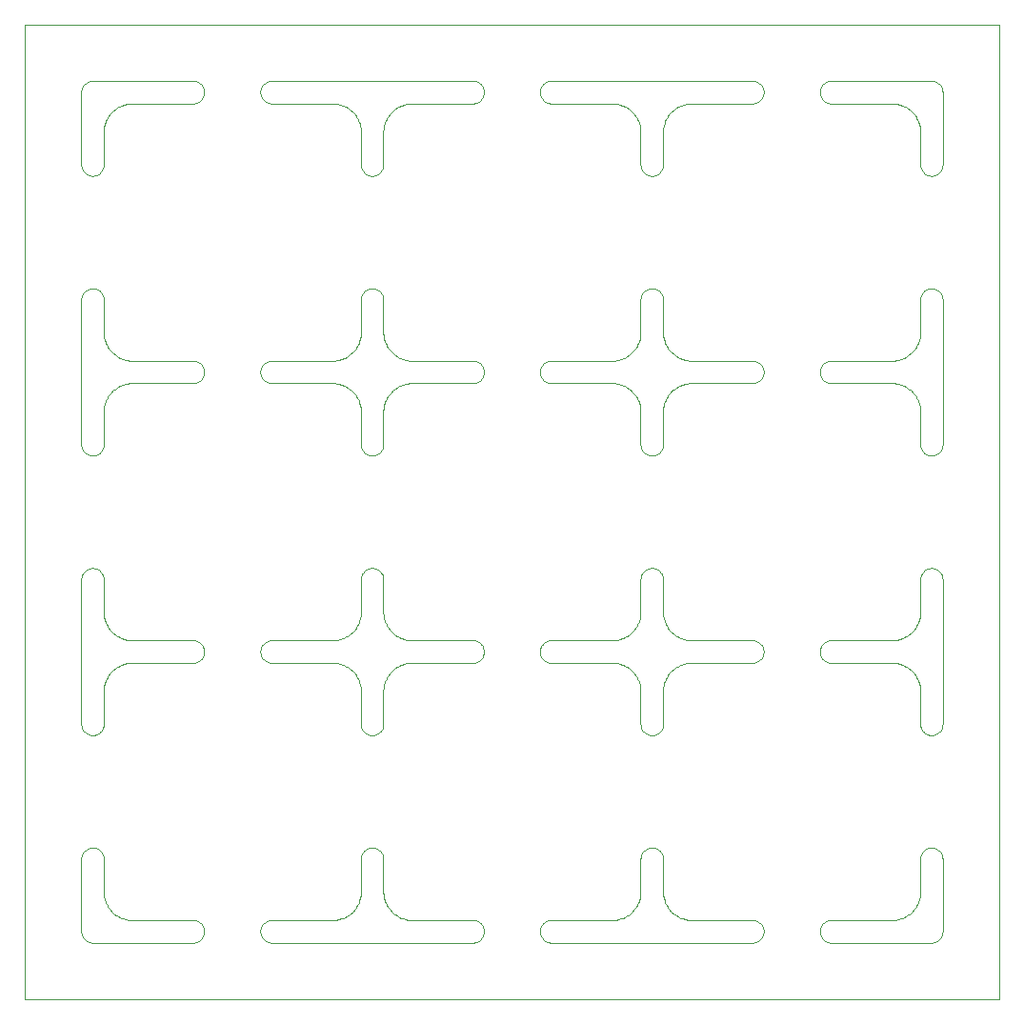
<source format=gbr>
G04 #@! TF.GenerationSoftware,KiCad,Pcbnew,5.1.5+dfsg1-2build2*
G04 #@! TF.CreationDate,2021-09-30T13:46:45+00:00*
G04 #@! TF.ProjectId,mcp2221a-breakout-panel,6d637032-3232-4316-912d-627265616b6f,rev?*
G04 #@! TF.SameCoordinates,Original*
G04 #@! TF.FileFunction,Profile,NP*
%FSLAX46Y46*%
G04 Gerber Fmt 4.6, Leading zero omitted, Abs format (unit mm)*
G04 Created by KiCad (PCBNEW 5.1.5+dfsg1-2build2) date 2021-09-30 13:46:45*
%MOMM*%
%LPD*%
G04 APERTURE LIST*
G04 #@! TA.AperFunction,Profile*
%ADD10C,0.100000*%
G04 #@! TD*
G04 APERTURE END LIST*
D10*
X36580000Y-44010000D02*
X36580000Y-37550000D01*
X36590000Y-44110000D02*
X36580000Y-44010000D01*
X36600000Y-44200000D02*
X36590000Y-44110000D01*
X36620000Y-44300000D02*
X36600000Y-44200000D01*
X36660000Y-44390000D02*
X36620000Y-44300000D01*
X36700000Y-44480000D02*
X36660000Y-44390000D01*
X36750000Y-44560000D02*
X36700000Y-44480000D01*
X36810000Y-44640000D02*
X36750000Y-44560000D01*
X36870000Y-44710000D02*
X36810000Y-44640000D01*
X36940000Y-44780000D02*
X36870000Y-44710000D01*
X37020000Y-44830000D02*
X36940000Y-44780000D01*
X37100000Y-44880000D02*
X37020000Y-44830000D01*
X37190000Y-44920000D02*
X37100000Y-44880000D01*
X37280000Y-44960000D02*
X37190000Y-44920000D01*
X37380000Y-44980000D02*
X37280000Y-44960000D01*
X37470000Y-45000000D02*
X37380000Y-44980000D01*
X37570000Y-45000000D02*
X37470000Y-45000000D01*
X37680000Y-45000000D02*
X37570000Y-45000000D01*
X37770000Y-44980000D02*
X37680000Y-45000000D01*
X37870000Y-44960000D02*
X37770000Y-44980000D01*
X37960000Y-44920000D02*
X37870000Y-44960000D01*
X38050000Y-44880000D02*
X37960000Y-44920000D01*
X38130000Y-44830000D02*
X38050000Y-44880000D01*
X38210000Y-44780000D02*
X38130000Y-44830000D01*
X38280000Y-44710000D02*
X38210000Y-44780000D01*
X38340000Y-44640000D02*
X38280000Y-44710000D01*
X38400000Y-44560000D02*
X38340000Y-44640000D01*
X38450000Y-44480000D02*
X38400000Y-44560000D01*
X38490000Y-44390000D02*
X38450000Y-44480000D01*
X38530000Y-44300000D02*
X38490000Y-44390000D01*
X38550000Y-44200000D02*
X38530000Y-44300000D01*
X38560000Y-44110000D02*
X38550000Y-44200000D01*
X38570000Y-44010000D02*
X38560000Y-44110000D01*
X38570000Y-41110000D02*
X38570000Y-44010000D01*
X38570000Y-40990000D02*
X38570000Y-41110000D01*
X38580000Y-40850000D02*
X38570000Y-40990000D01*
X38600000Y-40730000D02*
X38580000Y-40850000D01*
X38620000Y-40600000D02*
X38600000Y-40730000D01*
X38650000Y-40470000D02*
X38620000Y-40600000D01*
X38690000Y-40350000D02*
X38650000Y-40470000D01*
X38730000Y-40230000D02*
X38690000Y-40350000D01*
X38770000Y-40110000D02*
X38730000Y-40230000D01*
X38830000Y-39990000D02*
X38770000Y-40110000D01*
X38890000Y-39880000D02*
X38830000Y-39990000D01*
X38950000Y-39770000D02*
X38890000Y-39880000D01*
X39020000Y-39660000D02*
X38950000Y-39770000D01*
X39100000Y-39550000D02*
X39020000Y-39660000D01*
X39180000Y-39450000D02*
X39100000Y-39550000D01*
X39260000Y-39360000D02*
X39180000Y-39450000D01*
X39360000Y-39260000D02*
X39260000Y-39360000D01*
X39460000Y-39180000D02*
X39360000Y-39260000D01*
X39560000Y-39100000D02*
X39460000Y-39180000D01*
X39660000Y-39020000D02*
X39560000Y-39100000D01*
X39760000Y-38960000D02*
X39660000Y-39020000D01*
X39880000Y-38890000D02*
X39760000Y-38960000D01*
X40000000Y-38830000D02*
X39880000Y-38890000D01*
X40110000Y-38780000D02*
X40000000Y-38830000D01*
X40220000Y-38730000D02*
X40110000Y-38780000D01*
X40350000Y-38690000D02*
X40220000Y-38730000D01*
X40480000Y-38650000D02*
X40350000Y-38690000D01*
X40600000Y-38620000D02*
X40480000Y-38650000D01*
X40720000Y-38600000D02*
X40600000Y-38620000D01*
X40860000Y-38580000D02*
X40720000Y-38600000D01*
X40980000Y-38570000D02*
X40860000Y-38580000D01*
X41110000Y-38570000D02*
X40980000Y-38570000D01*
X46510000Y-38570000D02*
X41110000Y-38570000D01*
X46610000Y-38560000D02*
X46510000Y-38570000D01*
X46700000Y-38550000D02*
X46610000Y-38560000D01*
X46800000Y-38530000D02*
X46700000Y-38550000D01*
X46890000Y-38490000D02*
X46800000Y-38530000D01*
X46980000Y-38450000D02*
X46890000Y-38490000D01*
X47060000Y-38400000D02*
X46980000Y-38450000D01*
X47140000Y-38340000D02*
X47060000Y-38400000D01*
X47210000Y-38280000D02*
X47140000Y-38340000D01*
X47280000Y-38210000D02*
X47210000Y-38280000D01*
X47330000Y-38130000D02*
X47280000Y-38210000D01*
X47380000Y-38050000D02*
X47330000Y-38130000D01*
X47420000Y-37960000D02*
X47380000Y-38050000D01*
X47460000Y-37870000D02*
X47420000Y-37960000D01*
X47480000Y-37770000D02*
X47460000Y-37870000D01*
X47500000Y-37680000D02*
X47480000Y-37770000D01*
X47500000Y-37580000D02*
X47500000Y-37680000D01*
X47500000Y-37550000D02*
X47500000Y-37580000D01*
X47500000Y-37450000D02*
X47500000Y-37550000D01*
X47480000Y-37360000D02*
X47500000Y-37450000D01*
X47460000Y-37260000D02*
X47480000Y-37360000D01*
X47420000Y-37170000D02*
X47460000Y-37260000D01*
X47380000Y-37080000D02*
X47420000Y-37170000D01*
X47330000Y-37000000D02*
X47380000Y-37080000D01*
X47280000Y-36920000D02*
X47330000Y-37000000D01*
X47210000Y-36850000D02*
X47280000Y-36920000D01*
X47140000Y-36790000D02*
X47210000Y-36850000D01*
X47060000Y-36730000D02*
X47140000Y-36790000D01*
X46980000Y-36680000D02*
X47060000Y-36730000D01*
X46890000Y-36640000D02*
X46980000Y-36680000D01*
X46800000Y-36600000D02*
X46890000Y-36640000D01*
X46700000Y-36580000D02*
X46800000Y-36600000D01*
X46610000Y-36570000D02*
X46700000Y-36580000D01*
X46510000Y-36560000D02*
X46610000Y-36570000D01*
X37570000Y-36560000D02*
X46510000Y-36560000D01*
X37470000Y-36570000D02*
X37570000Y-36560000D01*
X37380000Y-36580000D02*
X37470000Y-36570000D01*
X37280000Y-36600000D02*
X37380000Y-36580000D01*
X37190000Y-36640000D02*
X37280000Y-36600000D01*
X37100000Y-36680000D02*
X37190000Y-36640000D01*
X37020000Y-36730000D02*
X37100000Y-36680000D01*
X36940000Y-36790000D02*
X37020000Y-36730000D01*
X36870000Y-36850000D02*
X36940000Y-36790000D01*
X36810000Y-36920000D02*
X36870000Y-36850000D01*
X36750000Y-37000000D02*
X36810000Y-36920000D01*
X36700000Y-37080000D02*
X36750000Y-37000000D01*
X36660000Y-37170000D02*
X36700000Y-37080000D01*
X36620000Y-37260000D02*
X36660000Y-37170000D01*
X36600000Y-37360000D02*
X36620000Y-37260000D01*
X36590000Y-37450000D02*
X36600000Y-37360000D01*
X36580000Y-37550000D02*
X36590000Y-37450000D01*
X37680000Y-69860000D02*
X37570000Y-69860000D01*
X37770000Y-69840000D02*
X37680000Y-69860000D01*
X37870000Y-69820000D02*
X37770000Y-69840000D01*
X37960000Y-69780000D02*
X37870000Y-69820000D01*
X38050000Y-69740000D02*
X37960000Y-69780000D01*
X38130000Y-69690000D02*
X38050000Y-69740000D01*
X38210000Y-69640000D02*
X38130000Y-69690000D01*
X38280000Y-69570000D02*
X38210000Y-69640000D01*
X38340000Y-69500000D02*
X38280000Y-69570000D01*
X38400000Y-69420000D02*
X38340000Y-69500000D01*
X38450000Y-69340000D02*
X38400000Y-69420000D01*
X38490000Y-69250000D02*
X38450000Y-69340000D01*
X38530000Y-69160000D02*
X38490000Y-69250000D01*
X38550000Y-69060000D02*
X38530000Y-69160000D01*
X38560000Y-68970000D02*
X38550000Y-69060000D01*
X38570000Y-68870000D02*
X38560000Y-68970000D01*
X38570000Y-65970000D02*
X38570000Y-68870000D01*
X38570000Y-65850000D02*
X38570000Y-65970000D01*
X38580000Y-65710000D02*
X38570000Y-65850000D01*
X38600000Y-65590000D02*
X38580000Y-65710000D01*
X38620000Y-65460000D02*
X38600000Y-65590000D01*
X38650000Y-65330000D02*
X38620000Y-65460000D01*
X38690000Y-65210000D02*
X38650000Y-65330000D01*
X38730000Y-65090000D02*
X38690000Y-65210000D01*
X38770000Y-64970000D02*
X38730000Y-65090000D01*
X38830000Y-64850000D02*
X38770000Y-64970000D01*
X38890000Y-64740000D02*
X38830000Y-64850000D01*
X38950000Y-64630000D02*
X38890000Y-64740000D01*
X39020000Y-64520000D02*
X38950000Y-64630000D01*
X39100000Y-64410000D02*
X39020000Y-64520000D01*
X39180000Y-64320000D02*
X39100000Y-64410000D01*
X39260000Y-64220000D02*
X39180000Y-64320000D01*
X39360000Y-64120000D02*
X39260000Y-64220000D01*
X39460000Y-64040000D02*
X39360000Y-64120000D01*
X39560000Y-63960000D02*
X39460000Y-64040000D01*
X39660000Y-63880000D02*
X39560000Y-63960000D01*
X39760000Y-63820000D02*
X39660000Y-63880000D01*
X39880000Y-63750000D02*
X39760000Y-63820000D01*
X40000000Y-63690000D02*
X39880000Y-63750000D01*
X40110000Y-63640000D02*
X40000000Y-63690000D01*
X40220000Y-63590000D02*
X40110000Y-63640000D01*
X40350000Y-63550000D02*
X40220000Y-63590000D01*
X40480000Y-63510000D02*
X40350000Y-63550000D01*
X40600000Y-63480000D02*
X40480000Y-63510000D01*
X40720000Y-63460000D02*
X40600000Y-63480000D01*
X40860000Y-63440000D02*
X40720000Y-63460000D01*
X40980000Y-63430000D02*
X40860000Y-63440000D01*
X41110000Y-63430000D02*
X40980000Y-63430000D01*
X46510000Y-63430000D02*
X41110000Y-63430000D01*
X46610000Y-63420000D02*
X46510000Y-63430000D01*
X46700000Y-63410000D02*
X46610000Y-63420000D01*
X46800000Y-63390000D02*
X46700000Y-63410000D01*
X46890000Y-63350000D02*
X46800000Y-63390000D01*
X46980000Y-63310000D02*
X46890000Y-63350000D01*
X47060000Y-63260000D02*
X46980000Y-63310000D01*
X47140000Y-63200000D02*
X47060000Y-63260000D01*
X47210000Y-63140000D02*
X47140000Y-63200000D01*
X47280000Y-63070000D02*
X47210000Y-63140000D01*
X47330000Y-62990000D02*
X47280000Y-63070000D01*
X47380000Y-62910000D02*
X47330000Y-62990000D01*
X47420000Y-62820000D02*
X47380000Y-62910000D01*
X47460000Y-62730000D02*
X47420000Y-62820000D01*
X47480000Y-62630000D02*
X47460000Y-62730000D01*
X47500000Y-62540000D02*
X47480000Y-62630000D01*
X47500000Y-62440000D02*
X47500000Y-62540000D01*
X47500000Y-62320000D02*
X47500000Y-62440000D01*
X47480000Y-62230000D02*
X47500000Y-62320000D01*
X47460000Y-62130000D02*
X47480000Y-62230000D01*
X47420000Y-62040000D02*
X47460000Y-62130000D01*
X47380000Y-61950000D02*
X47420000Y-62040000D01*
X47330000Y-61870000D02*
X47380000Y-61950000D01*
X47280000Y-61790000D02*
X47330000Y-61870000D01*
X47210000Y-61720000D02*
X47280000Y-61790000D01*
X47140000Y-61660000D02*
X47210000Y-61720000D01*
X47060000Y-61600000D02*
X47140000Y-61660000D01*
X46980000Y-61550000D02*
X47060000Y-61600000D01*
X46890000Y-61510000D02*
X46980000Y-61550000D01*
X46800000Y-61470000D02*
X46890000Y-61510000D01*
X46700000Y-61450000D02*
X46800000Y-61470000D01*
X46610000Y-61440000D02*
X46700000Y-61450000D01*
X46510000Y-61430000D02*
X46610000Y-61440000D01*
X41110000Y-61430000D02*
X46510000Y-61430000D01*
X40980000Y-61430000D02*
X41110000Y-61430000D01*
X40860000Y-61420000D02*
X40980000Y-61430000D01*
X40730000Y-61400000D02*
X40860000Y-61420000D01*
X40590000Y-61380000D02*
X40730000Y-61400000D01*
X40470000Y-61350000D02*
X40590000Y-61380000D01*
X40360000Y-61320000D02*
X40470000Y-61350000D01*
X40220000Y-61270000D02*
X40360000Y-61320000D01*
X40110000Y-61230000D02*
X40220000Y-61270000D01*
X40000000Y-61170000D02*
X40110000Y-61230000D01*
X39880000Y-61110000D02*
X40000000Y-61170000D01*
X39760000Y-61040000D02*
X39880000Y-61110000D01*
X39660000Y-60980000D02*
X39760000Y-61040000D01*
X39560000Y-60900000D02*
X39660000Y-60980000D01*
X39450000Y-60820000D02*
X39560000Y-60900000D01*
X39360000Y-60740000D02*
X39450000Y-60820000D01*
X39260000Y-60640000D02*
X39360000Y-60740000D01*
X39180000Y-60540000D02*
X39260000Y-60640000D01*
X39100000Y-60450000D02*
X39180000Y-60540000D01*
X39020000Y-60340000D02*
X39100000Y-60450000D01*
X38950000Y-60230000D02*
X39020000Y-60340000D01*
X38890000Y-60120000D02*
X38950000Y-60230000D01*
X38830000Y-60010000D02*
X38890000Y-60120000D01*
X38780000Y-59890000D02*
X38830000Y-60010000D01*
X38730000Y-59780000D02*
X38780000Y-59890000D01*
X38680000Y-59640000D02*
X38730000Y-59780000D01*
X38650000Y-59530000D02*
X38680000Y-59640000D01*
X38620000Y-59400000D02*
X38650000Y-59530000D01*
X38600000Y-59270000D02*
X38620000Y-59400000D01*
X38580000Y-59150000D02*
X38600000Y-59270000D01*
X38570000Y-59010000D02*
X38580000Y-59150000D01*
X38570000Y-58890000D02*
X38570000Y-59010000D01*
X38570000Y-55990000D02*
X38570000Y-58890000D01*
X38560000Y-55890000D02*
X38570000Y-55990000D01*
X38550000Y-55800000D02*
X38560000Y-55890000D01*
X38530000Y-55700000D02*
X38550000Y-55800000D01*
X38490000Y-55610000D02*
X38530000Y-55700000D01*
X38450000Y-55520000D02*
X38490000Y-55610000D01*
X38400000Y-55440000D02*
X38450000Y-55520000D01*
X38340000Y-55360000D02*
X38400000Y-55440000D01*
X38280000Y-55290000D02*
X38340000Y-55360000D01*
X38210000Y-55220000D02*
X38280000Y-55290000D01*
X38130000Y-55170000D02*
X38210000Y-55220000D01*
X38050000Y-55120000D02*
X38130000Y-55170000D01*
X37960000Y-55080000D02*
X38050000Y-55120000D01*
X37870000Y-55040000D02*
X37960000Y-55080000D01*
X37770000Y-55020000D02*
X37870000Y-55040000D01*
X37680000Y-55000000D02*
X37770000Y-55020000D01*
X37580000Y-55000000D02*
X37680000Y-55000000D01*
X37470000Y-55000000D02*
X37580000Y-55000000D01*
X37380000Y-55020000D02*
X37470000Y-55000000D01*
X37280000Y-55040000D02*
X37380000Y-55020000D01*
X37190000Y-55080000D02*
X37280000Y-55040000D01*
X37100000Y-55120000D02*
X37190000Y-55080000D01*
X37020000Y-55170000D02*
X37100000Y-55120000D01*
X36940000Y-55220000D02*
X37020000Y-55170000D01*
X36870000Y-55290000D02*
X36940000Y-55220000D01*
X36810000Y-55360000D02*
X36870000Y-55290000D01*
X36750000Y-55440000D02*
X36810000Y-55360000D01*
X36700000Y-55520000D02*
X36750000Y-55440000D01*
X36660000Y-55610000D02*
X36700000Y-55520000D01*
X36620000Y-55700000D02*
X36660000Y-55610000D01*
X36600000Y-55800000D02*
X36620000Y-55700000D01*
X36590000Y-55890000D02*
X36600000Y-55800000D01*
X36580000Y-55990000D02*
X36590000Y-55890000D01*
X36580000Y-68870000D02*
X36580000Y-55990000D01*
X36590000Y-68970000D02*
X36580000Y-68870000D01*
X36600000Y-69060000D02*
X36590000Y-68970000D01*
X36620000Y-69160000D02*
X36600000Y-69060000D01*
X36660000Y-69250000D02*
X36620000Y-69160000D01*
X36700000Y-69340000D02*
X36660000Y-69250000D01*
X36750000Y-69420000D02*
X36700000Y-69340000D01*
X36810000Y-69500000D02*
X36750000Y-69420000D01*
X36870000Y-69570000D02*
X36810000Y-69500000D01*
X36940000Y-69640000D02*
X36870000Y-69570000D01*
X37020000Y-69690000D02*
X36940000Y-69640000D01*
X37100000Y-69740000D02*
X37020000Y-69690000D01*
X37190000Y-69780000D02*
X37100000Y-69740000D01*
X37280000Y-69820000D02*
X37190000Y-69780000D01*
X37380000Y-69840000D02*
X37280000Y-69820000D01*
X37470000Y-69860000D02*
X37380000Y-69840000D01*
X37570000Y-69860000D02*
X37470000Y-69860000D01*
X37680000Y-94720000D02*
X37570000Y-94720000D01*
X37770000Y-94700000D02*
X37680000Y-94720000D01*
X37870000Y-94680000D02*
X37770000Y-94700000D01*
X37960000Y-94640000D02*
X37870000Y-94680000D01*
X38050000Y-94600000D02*
X37960000Y-94640000D01*
X38130000Y-94550000D02*
X38050000Y-94600000D01*
X38210000Y-94500000D02*
X38130000Y-94550000D01*
X38280000Y-94430000D02*
X38210000Y-94500000D01*
X38340000Y-94360000D02*
X38280000Y-94430000D01*
X38400000Y-94280000D02*
X38340000Y-94360000D01*
X38450000Y-94200000D02*
X38400000Y-94280000D01*
X38490000Y-94110000D02*
X38450000Y-94200000D01*
X38530000Y-94020000D02*
X38490000Y-94110000D01*
X38550000Y-93920000D02*
X38530000Y-94020000D01*
X38560000Y-93830000D02*
X38550000Y-93920000D01*
X38570000Y-93730000D02*
X38560000Y-93830000D01*
X38570000Y-90830000D02*
X38570000Y-93730000D01*
X38570000Y-90710000D02*
X38570000Y-90830000D01*
X38580000Y-90570000D02*
X38570000Y-90710000D01*
X38600000Y-90450000D02*
X38580000Y-90570000D01*
X38620000Y-90320000D02*
X38600000Y-90450000D01*
X38650000Y-90190000D02*
X38620000Y-90320000D01*
X38690000Y-90070000D02*
X38650000Y-90190000D01*
X38730000Y-89950000D02*
X38690000Y-90070000D01*
X38770000Y-89830000D02*
X38730000Y-89950000D01*
X38830000Y-89710000D02*
X38770000Y-89830000D01*
X38890000Y-89600000D02*
X38830000Y-89710000D01*
X38950000Y-89490000D02*
X38890000Y-89600000D01*
X39020000Y-89380000D02*
X38950000Y-89490000D01*
X39100000Y-89270000D02*
X39020000Y-89380000D01*
X39180000Y-89180000D02*
X39100000Y-89270000D01*
X39260000Y-89080000D02*
X39180000Y-89180000D01*
X39360000Y-88980000D02*
X39260000Y-89080000D01*
X39460000Y-88900000D02*
X39360000Y-88980000D01*
X39560000Y-88820000D02*
X39460000Y-88900000D01*
X39660000Y-88740000D02*
X39560000Y-88820000D01*
X39760000Y-88680000D02*
X39660000Y-88740000D01*
X39880000Y-88610000D02*
X39760000Y-88680000D01*
X40000000Y-88550000D02*
X39880000Y-88610000D01*
X40110000Y-88500000D02*
X40000000Y-88550000D01*
X40220000Y-88450000D02*
X40110000Y-88500000D01*
X40350000Y-88410000D02*
X40220000Y-88450000D01*
X40480000Y-88370000D02*
X40350000Y-88410000D01*
X40600000Y-88340000D02*
X40480000Y-88370000D01*
X40720000Y-88320000D02*
X40600000Y-88340000D01*
X40860000Y-88300000D02*
X40720000Y-88320000D01*
X40980000Y-88290000D02*
X40860000Y-88300000D01*
X41110000Y-88290000D02*
X40980000Y-88290000D01*
X46510000Y-88290000D02*
X41110000Y-88290000D01*
X46610000Y-88280000D02*
X46510000Y-88290000D01*
X46700000Y-88270000D02*
X46610000Y-88280000D01*
X46800000Y-88250000D02*
X46700000Y-88270000D01*
X46890000Y-88210000D02*
X46800000Y-88250000D01*
X46980000Y-88170000D02*
X46890000Y-88210000D01*
X47060000Y-88120000D02*
X46980000Y-88170000D01*
X47140000Y-88060000D02*
X47060000Y-88120000D01*
X47210000Y-88000000D02*
X47140000Y-88060000D01*
X47280000Y-87930000D02*
X47210000Y-88000000D01*
X47330000Y-87850000D02*
X47280000Y-87930000D01*
X47380000Y-87770000D02*
X47330000Y-87850000D01*
X47420000Y-87680000D02*
X47380000Y-87770000D01*
X47460000Y-87590000D02*
X47420000Y-87680000D01*
X47480000Y-87490000D02*
X47460000Y-87590000D01*
X47500000Y-87400000D02*
X47480000Y-87490000D01*
X47500000Y-87300000D02*
X47500000Y-87400000D01*
X47500000Y-87180000D02*
X47500000Y-87300000D01*
X47480000Y-87090000D02*
X47500000Y-87180000D01*
X47460000Y-86990000D02*
X47480000Y-87090000D01*
X47420000Y-86900000D02*
X47460000Y-86990000D01*
X47380000Y-86810000D02*
X47420000Y-86900000D01*
X47330000Y-86730000D02*
X47380000Y-86810000D01*
X47280000Y-86650000D02*
X47330000Y-86730000D01*
X47210000Y-86580000D02*
X47280000Y-86650000D01*
X47140000Y-86520000D02*
X47210000Y-86580000D01*
X47060000Y-86460000D02*
X47140000Y-86520000D01*
X46980000Y-86410000D02*
X47060000Y-86460000D01*
X46890000Y-86370000D02*
X46980000Y-86410000D01*
X46800000Y-86330000D02*
X46890000Y-86370000D01*
X46700000Y-86310000D02*
X46800000Y-86330000D01*
X46610000Y-86300000D02*
X46700000Y-86310000D01*
X46510000Y-86290000D02*
X46610000Y-86300000D01*
X41110000Y-86290000D02*
X46510000Y-86290000D01*
X40980000Y-86290000D02*
X41110000Y-86290000D01*
X40860000Y-86280000D02*
X40980000Y-86290000D01*
X40730000Y-86260000D02*
X40860000Y-86280000D01*
X40590000Y-86240000D02*
X40730000Y-86260000D01*
X40470000Y-86210000D02*
X40590000Y-86240000D01*
X40360000Y-86180000D02*
X40470000Y-86210000D01*
X40220000Y-86130000D02*
X40360000Y-86180000D01*
X40110000Y-86090000D02*
X40220000Y-86130000D01*
X40000000Y-86030000D02*
X40110000Y-86090000D01*
X39880000Y-85970000D02*
X40000000Y-86030000D01*
X39760000Y-85900000D02*
X39880000Y-85970000D01*
X39660000Y-85840000D02*
X39760000Y-85900000D01*
X39560000Y-85760000D02*
X39660000Y-85840000D01*
X39450000Y-85680000D02*
X39560000Y-85760000D01*
X39360000Y-85600000D02*
X39450000Y-85680000D01*
X39260000Y-85500000D02*
X39360000Y-85600000D01*
X39180000Y-85400000D02*
X39260000Y-85500000D01*
X39100000Y-85310000D02*
X39180000Y-85400000D01*
X39020000Y-85200000D02*
X39100000Y-85310000D01*
X38950000Y-85090000D02*
X39020000Y-85200000D01*
X38890000Y-84980000D02*
X38950000Y-85090000D01*
X38830000Y-84870000D02*
X38890000Y-84980000D01*
X38780000Y-84750000D02*
X38830000Y-84870000D01*
X38730000Y-84640000D02*
X38780000Y-84750000D01*
X38680000Y-84500000D02*
X38730000Y-84640000D01*
X38650000Y-84390000D02*
X38680000Y-84500000D01*
X38620000Y-84260000D02*
X38650000Y-84390000D01*
X38600000Y-84130000D02*
X38620000Y-84260000D01*
X38580000Y-84010000D02*
X38600000Y-84130000D01*
X38570000Y-83870000D02*
X38580000Y-84010000D01*
X38570000Y-83750000D02*
X38570000Y-83870000D01*
X38570000Y-80850000D02*
X38570000Y-83750000D01*
X38560000Y-80750000D02*
X38570000Y-80850000D01*
X38550000Y-80660000D02*
X38560000Y-80750000D01*
X38530000Y-80560000D02*
X38550000Y-80660000D01*
X38490000Y-80470000D02*
X38530000Y-80560000D01*
X38450000Y-80380000D02*
X38490000Y-80470000D01*
X38400000Y-80300000D02*
X38450000Y-80380000D01*
X38340000Y-80220000D02*
X38400000Y-80300000D01*
X38280000Y-80150000D02*
X38340000Y-80220000D01*
X38210000Y-80080000D02*
X38280000Y-80150000D01*
X38130000Y-80030000D02*
X38210000Y-80080000D01*
X38050000Y-79980000D02*
X38130000Y-80030000D01*
X37960000Y-79940000D02*
X38050000Y-79980000D01*
X37870000Y-79900000D02*
X37960000Y-79940000D01*
X37770000Y-79880000D02*
X37870000Y-79900000D01*
X37680000Y-79860000D02*
X37770000Y-79880000D01*
X37580000Y-79860000D02*
X37680000Y-79860000D01*
X37470000Y-79860000D02*
X37580000Y-79860000D01*
X37380000Y-79880000D02*
X37470000Y-79860000D01*
X37280000Y-79900000D02*
X37380000Y-79880000D01*
X37190000Y-79940000D02*
X37280000Y-79900000D01*
X37100000Y-79980000D02*
X37190000Y-79940000D01*
X37020000Y-80030000D02*
X37100000Y-79980000D01*
X36940000Y-80080000D02*
X37020000Y-80030000D01*
X36870000Y-80150000D02*
X36940000Y-80080000D01*
X36810000Y-80220000D02*
X36870000Y-80150000D01*
X36750000Y-80300000D02*
X36810000Y-80220000D01*
X36700000Y-80380000D02*
X36750000Y-80300000D01*
X36660000Y-80470000D02*
X36700000Y-80380000D01*
X36620000Y-80560000D02*
X36660000Y-80470000D01*
X36600000Y-80660000D02*
X36620000Y-80560000D01*
X36590000Y-80750000D02*
X36600000Y-80660000D01*
X36580000Y-80850000D02*
X36590000Y-80750000D01*
X36580000Y-93730000D02*
X36580000Y-80850000D01*
X36590000Y-93830000D02*
X36580000Y-93730000D01*
X36600000Y-93920000D02*
X36590000Y-93830000D01*
X36620000Y-94020000D02*
X36600000Y-93920000D01*
X36660000Y-94110000D02*
X36620000Y-94020000D01*
X36700000Y-94200000D02*
X36660000Y-94110000D01*
X36750000Y-94280000D02*
X36700000Y-94200000D01*
X36810000Y-94360000D02*
X36750000Y-94280000D01*
X36870000Y-94430000D02*
X36810000Y-94360000D01*
X36940000Y-94500000D02*
X36870000Y-94430000D01*
X37020000Y-94550000D02*
X36940000Y-94500000D01*
X37100000Y-94600000D02*
X37020000Y-94550000D01*
X37190000Y-94640000D02*
X37100000Y-94600000D01*
X37280000Y-94680000D02*
X37190000Y-94640000D01*
X37380000Y-94700000D02*
X37280000Y-94680000D01*
X37470000Y-94720000D02*
X37380000Y-94700000D01*
X37570000Y-94720000D02*
X37470000Y-94720000D01*
X47500000Y-112140000D02*
X47500000Y-112170000D01*
X47500000Y-112040000D02*
X47500000Y-112140000D01*
X47480000Y-111950000D02*
X47500000Y-112040000D01*
X47460000Y-111850000D02*
X47480000Y-111950000D01*
X47420000Y-111760000D02*
X47460000Y-111850000D01*
X47380000Y-111670000D02*
X47420000Y-111760000D01*
X47330000Y-111590000D02*
X47380000Y-111670000D01*
X47280000Y-111510000D02*
X47330000Y-111590000D01*
X47210000Y-111440000D02*
X47280000Y-111510000D01*
X47140000Y-111380000D02*
X47210000Y-111440000D01*
X47060000Y-111320000D02*
X47140000Y-111380000D01*
X46980000Y-111270000D02*
X47060000Y-111320000D01*
X46890000Y-111230000D02*
X46980000Y-111270000D01*
X46800000Y-111190000D02*
X46890000Y-111230000D01*
X46700000Y-111170000D02*
X46800000Y-111190000D01*
X46610000Y-111160000D02*
X46700000Y-111170000D01*
X46510000Y-111150000D02*
X46610000Y-111160000D01*
X41110000Y-111150000D02*
X46510000Y-111150000D01*
X40980000Y-111150000D02*
X41110000Y-111150000D01*
X40850000Y-111140000D02*
X40980000Y-111150000D01*
X40730000Y-111120000D02*
X40850000Y-111140000D01*
X40600000Y-111100000D02*
X40730000Y-111120000D01*
X40470000Y-111070000D02*
X40600000Y-111100000D01*
X40350000Y-111030000D02*
X40470000Y-111070000D01*
X40220000Y-110990000D02*
X40350000Y-111030000D01*
X40110000Y-110950000D02*
X40220000Y-110990000D01*
X40000000Y-110890000D02*
X40110000Y-110950000D01*
X39880000Y-110830000D02*
X40000000Y-110890000D01*
X39760000Y-110760000D02*
X39880000Y-110830000D01*
X39660000Y-110700000D02*
X39760000Y-110760000D01*
X39550000Y-110620000D02*
X39660000Y-110700000D01*
X39450000Y-110540000D02*
X39550000Y-110620000D01*
X39360000Y-110450000D02*
X39450000Y-110540000D01*
X39270000Y-110360000D02*
X39360000Y-110450000D01*
X39180000Y-110270000D02*
X39270000Y-110360000D01*
X39100000Y-110170000D02*
X39180000Y-110270000D01*
X39030000Y-110070000D02*
X39100000Y-110170000D01*
X38950000Y-109950000D02*
X39030000Y-110070000D01*
X38890000Y-109840000D02*
X38950000Y-109950000D01*
X38830000Y-109720000D02*
X38890000Y-109840000D01*
X38770000Y-109610000D02*
X38830000Y-109720000D01*
X38730000Y-109490000D02*
X38770000Y-109610000D01*
X38690000Y-109370000D02*
X38730000Y-109490000D01*
X38650000Y-109240000D02*
X38690000Y-109370000D01*
X38620000Y-109120000D02*
X38650000Y-109240000D01*
X38600000Y-108990000D02*
X38620000Y-109120000D01*
X38580000Y-108870000D02*
X38600000Y-108990000D01*
X38570000Y-108740000D02*
X38580000Y-108870000D01*
X38570000Y-108610000D02*
X38570000Y-108740000D01*
X38570000Y-105710000D02*
X38570000Y-108610000D01*
X38560000Y-105610000D02*
X38570000Y-105710000D01*
X38550000Y-105520000D02*
X38560000Y-105610000D01*
X38530000Y-105420000D02*
X38550000Y-105520000D01*
X38490000Y-105330000D02*
X38530000Y-105420000D01*
X38450000Y-105240000D02*
X38490000Y-105330000D01*
X38400000Y-105160000D02*
X38450000Y-105240000D01*
X38340000Y-105080000D02*
X38400000Y-105160000D01*
X38280000Y-105010000D02*
X38340000Y-105080000D01*
X38210000Y-104940000D02*
X38280000Y-105010000D01*
X38130000Y-104890000D02*
X38210000Y-104940000D01*
X38050000Y-104840000D02*
X38130000Y-104890000D01*
X37960000Y-104800000D02*
X38050000Y-104840000D01*
X37870000Y-104760000D02*
X37960000Y-104800000D01*
X37770000Y-104740000D02*
X37870000Y-104760000D01*
X37680000Y-104720000D02*
X37770000Y-104740000D01*
X37580000Y-104720000D02*
X37680000Y-104720000D01*
X37470000Y-104720000D02*
X37580000Y-104720000D01*
X37380000Y-104740000D02*
X37470000Y-104720000D01*
X37280000Y-104760000D02*
X37380000Y-104740000D01*
X37190000Y-104800000D02*
X37280000Y-104760000D01*
X37100000Y-104840000D02*
X37190000Y-104800000D01*
X37020000Y-104890000D02*
X37100000Y-104840000D01*
X36940000Y-104940000D02*
X37020000Y-104890000D01*
X36870000Y-105010000D02*
X36940000Y-104940000D01*
X36810000Y-105080000D02*
X36870000Y-105010000D01*
X36750000Y-105160000D02*
X36810000Y-105080000D01*
X36700000Y-105240000D02*
X36750000Y-105160000D01*
X36660000Y-105330000D02*
X36700000Y-105240000D01*
X36620000Y-105420000D02*
X36660000Y-105330000D01*
X36600000Y-105520000D02*
X36620000Y-105420000D01*
X36590000Y-105610000D02*
X36600000Y-105520000D01*
X36580000Y-105710000D02*
X36590000Y-105610000D01*
X36580000Y-112170000D02*
X36580000Y-105710000D01*
X36590000Y-112270000D02*
X36580000Y-112170000D01*
X36600000Y-112360000D02*
X36590000Y-112270000D01*
X36620000Y-112460000D02*
X36600000Y-112360000D01*
X36660000Y-112550000D02*
X36620000Y-112460000D01*
X36700000Y-112640000D02*
X36660000Y-112550000D01*
X36750000Y-112720000D02*
X36700000Y-112640000D01*
X36810000Y-112800000D02*
X36750000Y-112720000D01*
X36870000Y-112870000D02*
X36810000Y-112800000D01*
X36940000Y-112930000D02*
X36870000Y-112870000D01*
X37020000Y-112990000D02*
X36940000Y-112930000D01*
X37100000Y-113040000D02*
X37020000Y-112990000D01*
X37190000Y-113080000D02*
X37100000Y-113040000D01*
X37280000Y-113120000D02*
X37190000Y-113080000D01*
X37380000Y-113140000D02*
X37280000Y-113120000D01*
X37470000Y-113150000D02*
X37380000Y-113140000D01*
X37570000Y-113160000D02*
X37470000Y-113150000D01*
X46510000Y-113160000D02*
X37570000Y-113160000D01*
X46610000Y-113150000D02*
X46510000Y-113160000D01*
X46700000Y-113140000D02*
X46610000Y-113150000D01*
X46800000Y-113120000D02*
X46700000Y-113140000D01*
X46890000Y-113080000D02*
X46800000Y-113120000D01*
X46980000Y-113040000D02*
X46890000Y-113080000D01*
X47060000Y-112990000D02*
X46980000Y-113040000D01*
X47140000Y-112930000D02*
X47060000Y-112990000D01*
X47210000Y-112870000D02*
X47140000Y-112930000D01*
X47280000Y-112800000D02*
X47210000Y-112870000D01*
X47330000Y-112720000D02*
X47280000Y-112800000D01*
X47380000Y-112640000D02*
X47330000Y-112720000D01*
X47420000Y-112550000D02*
X47380000Y-112640000D01*
X47460000Y-112460000D02*
X47420000Y-112550000D01*
X47480000Y-112360000D02*
X47460000Y-112460000D01*
X47500000Y-112270000D02*
X47480000Y-112360000D01*
X47500000Y-112170000D02*
X47500000Y-112270000D01*
X52500000Y-37580000D02*
X52500000Y-37550000D01*
X52500000Y-37680000D02*
X52500000Y-37580000D01*
X52520000Y-37770000D02*
X52500000Y-37680000D01*
X52540000Y-37870000D02*
X52520000Y-37770000D01*
X52580000Y-37960000D02*
X52540000Y-37870000D01*
X52620000Y-38050000D02*
X52580000Y-37960000D01*
X52670000Y-38130000D02*
X52620000Y-38050000D01*
X52720000Y-38210000D02*
X52670000Y-38130000D01*
X52790000Y-38280000D02*
X52720000Y-38210000D01*
X52860000Y-38340000D02*
X52790000Y-38280000D01*
X52940000Y-38400000D02*
X52860000Y-38340000D01*
X53020000Y-38450000D02*
X52940000Y-38400000D01*
X53110000Y-38490000D02*
X53020000Y-38450000D01*
X53200000Y-38530000D02*
X53110000Y-38490000D01*
X53300000Y-38550000D02*
X53200000Y-38530000D01*
X53390000Y-38560000D02*
X53300000Y-38550000D01*
X53490000Y-38570000D02*
X53390000Y-38560000D01*
X58890000Y-38570000D02*
X53490000Y-38570000D01*
X59020000Y-38570000D02*
X58890000Y-38570000D01*
X59140000Y-38580000D02*
X59020000Y-38570000D01*
X59270000Y-38600000D02*
X59140000Y-38580000D01*
X59410000Y-38620000D02*
X59270000Y-38600000D01*
X59530000Y-38650000D02*
X59410000Y-38620000D01*
X59640000Y-38680000D02*
X59530000Y-38650000D01*
X59780000Y-38730000D02*
X59640000Y-38680000D01*
X59890000Y-38770000D02*
X59780000Y-38730000D01*
X60000000Y-38830000D02*
X59890000Y-38770000D01*
X60120000Y-38890000D02*
X60000000Y-38830000D01*
X60240000Y-38960000D02*
X60120000Y-38890000D01*
X60340000Y-39020000D02*
X60240000Y-38960000D01*
X60440000Y-39100000D02*
X60340000Y-39020000D01*
X60540000Y-39180000D02*
X60440000Y-39100000D01*
X60640000Y-39260000D02*
X60540000Y-39180000D01*
X60740000Y-39360000D02*
X60640000Y-39260000D01*
X60820000Y-39460000D02*
X60740000Y-39360000D01*
X60900000Y-39550000D02*
X60820000Y-39460000D01*
X60980000Y-39660000D02*
X60900000Y-39550000D01*
X61050000Y-39770000D02*
X60980000Y-39660000D01*
X61110000Y-39880000D02*
X61050000Y-39770000D01*
X61170000Y-39990000D02*
X61110000Y-39880000D01*
X61220000Y-40110000D02*
X61170000Y-39990000D01*
X61270000Y-40220000D02*
X61220000Y-40110000D01*
X61320000Y-40360000D02*
X61270000Y-40220000D01*
X61350000Y-40470000D02*
X61320000Y-40360000D01*
X61380000Y-40600000D02*
X61350000Y-40470000D01*
X61400000Y-40730000D02*
X61380000Y-40600000D01*
X61420000Y-40850000D02*
X61400000Y-40730000D01*
X61430000Y-40990000D02*
X61420000Y-40850000D01*
X61430000Y-41110000D02*
X61430000Y-40990000D01*
X61430000Y-44010000D02*
X61430000Y-41110000D01*
X61440000Y-44110000D02*
X61430000Y-44010000D01*
X61450000Y-44200000D02*
X61440000Y-44110000D01*
X61470000Y-44300000D02*
X61450000Y-44200000D01*
X61510000Y-44390000D02*
X61470000Y-44300000D01*
X61550000Y-44480000D02*
X61510000Y-44390000D01*
X61600000Y-44560000D02*
X61550000Y-44480000D01*
X61660000Y-44640000D02*
X61600000Y-44560000D01*
X61720000Y-44710000D02*
X61660000Y-44640000D01*
X61790000Y-44780000D02*
X61720000Y-44710000D01*
X61870000Y-44830000D02*
X61790000Y-44780000D01*
X61950000Y-44880000D02*
X61870000Y-44830000D01*
X62040000Y-44920000D02*
X61950000Y-44880000D01*
X62130000Y-44960000D02*
X62040000Y-44920000D01*
X62230000Y-44980000D02*
X62130000Y-44960000D01*
X62320000Y-45000000D02*
X62230000Y-44980000D01*
X62420000Y-45000000D02*
X62320000Y-45000000D01*
X62540000Y-45000000D02*
X62420000Y-45000000D01*
X62630000Y-44980000D02*
X62540000Y-45000000D01*
X62730000Y-44960000D02*
X62630000Y-44980000D01*
X62820000Y-44920000D02*
X62730000Y-44960000D01*
X62910000Y-44880000D02*
X62820000Y-44920000D01*
X62990000Y-44830000D02*
X62910000Y-44880000D01*
X63070000Y-44780000D02*
X62990000Y-44830000D01*
X63140000Y-44710000D02*
X63070000Y-44780000D01*
X63200000Y-44640000D02*
X63140000Y-44710000D01*
X63260000Y-44560000D02*
X63200000Y-44640000D01*
X63310000Y-44480000D02*
X63260000Y-44560000D01*
X63350000Y-44390000D02*
X63310000Y-44480000D01*
X63390000Y-44300000D02*
X63350000Y-44390000D01*
X63410000Y-44200000D02*
X63390000Y-44300000D01*
X63420000Y-44110000D02*
X63410000Y-44200000D01*
X63430000Y-44010000D02*
X63420000Y-44110000D01*
X63430000Y-41110000D02*
X63430000Y-44010000D01*
X63430000Y-40990000D02*
X63430000Y-41110000D01*
X63440000Y-40850000D02*
X63430000Y-40990000D01*
X63460000Y-40730000D02*
X63440000Y-40850000D01*
X63480000Y-40600000D02*
X63460000Y-40730000D01*
X63510000Y-40470000D02*
X63480000Y-40600000D01*
X63550000Y-40350000D02*
X63510000Y-40470000D01*
X63590000Y-40230000D02*
X63550000Y-40350000D01*
X63630000Y-40110000D02*
X63590000Y-40230000D01*
X63690000Y-39990000D02*
X63630000Y-40110000D01*
X63750000Y-39880000D02*
X63690000Y-39990000D01*
X63810000Y-39770000D02*
X63750000Y-39880000D01*
X63880000Y-39660000D02*
X63810000Y-39770000D01*
X63960000Y-39550000D02*
X63880000Y-39660000D01*
X64040000Y-39450000D02*
X63960000Y-39550000D01*
X64120000Y-39360000D02*
X64040000Y-39450000D01*
X64220000Y-39260000D02*
X64120000Y-39360000D01*
X64320000Y-39180000D02*
X64220000Y-39260000D01*
X64420000Y-39100000D02*
X64320000Y-39180000D01*
X64520000Y-39020000D02*
X64420000Y-39100000D01*
X64620000Y-38960000D02*
X64520000Y-39020000D01*
X64740000Y-38890000D02*
X64620000Y-38960000D01*
X64860000Y-38830000D02*
X64740000Y-38890000D01*
X64970000Y-38780000D02*
X64860000Y-38830000D01*
X65080000Y-38730000D02*
X64970000Y-38780000D01*
X65210000Y-38690000D02*
X65080000Y-38730000D01*
X65340000Y-38650000D02*
X65210000Y-38690000D01*
X65460000Y-38620000D02*
X65340000Y-38650000D01*
X65580000Y-38600000D02*
X65460000Y-38620000D01*
X65720000Y-38580000D02*
X65580000Y-38600000D01*
X65840000Y-38570000D02*
X65720000Y-38580000D01*
X65970000Y-38570000D02*
X65840000Y-38570000D01*
X71370000Y-38570000D02*
X65970000Y-38570000D01*
X71470000Y-38560000D02*
X71370000Y-38570000D01*
X71560000Y-38550000D02*
X71470000Y-38560000D01*
X71660000Y-38530000D02*
X71560000Y-38550000D01*
X71750000Y-38490000D02*
X71660000Y-38530000D01*
X71840000Y-38450000D02*
X71750000Y-38490000D01*
X71920000Y-38400000D02*
X71840000Y-38450000D01*
X72000000Y-38340000D02*
X71920000Y-38400000D01*
X72070000Y-38280000D02*
X72000000Y-38340000D01*
X72140000Y-38210000D02*
X72070000Y-38280000D01*
X72190000Y-38130000D02*
X72140000Y-38210000D01*
X72240000Y-38050000D02*
X72190000Y-38130000D01*
X72280000Y-37960000D02*
X72240000Y-38050000D01*
X72320000Y-37870000D02*
X72280000Y-37960000D01*
X72340000Y-37770000D02*
X72320000Y-37870000D01*
X72360000Y-37680000D02*
X72340000Y-37770000D01*
X72360000Y-37580000D02*
X72360000Y-37680000D01*
X72360000Y-37550000D02*
X72360000Y-37580000D01*
X72360000Y-37450000D02*
X72360000Y-37550000D01*
X72340000Y-37360000D02*
X72360000Y-37450000D01*
X72320000Y-37260000D02*
X72340000Y-37360000D01*
X72280000Y-37170000D02*
X72320000Y-37260000D01*
X72240000Y-37080000D02*
X72280000Y-37170000D01*
X72190000Y-37000000D02*
X72240000Y-37080000D01*
X72140000Y-36920000D02*
X72190000Y-37000000D01*
X72070000Y-36850000D02*
X72140000Y-36920000D01*
X72000000Y-36790000D02*
X72070000Y-36850000D01*
X71920000Y-36730000D02*
X72000000Y-36790000D01*
X71840000Y-36680000D02*
X71920000Y-36730000D01*
X71750000Y-36640000D02*
X71840000Y-36680000D01*
X71660000Y-36600000D02*
X71750000Y-36640000D01*
X71560000Y-36580000D02*
X71660000Y-36600000D01*
X71470000Y-36570000D02*
X71560000Y-36580000D01*
X71370000Y-36560000D02*
X71470000Y-36570000D01*
X53490000Y-36560000D02*
X71370000Y-36560000D01*
X53390000Y-36570000D02*
X53490000Y-36560000D01*
X53300000Y-36580000D02*
X53390000Y-36570000D01*
X53200000Y-36600000D02*
X53300000Y-36580000D01*
X53110000Y-36640000D02*
X53200000Y-36600000D01*
X53020000Y-36680000D02*
X53110000Y-36640000D01*
X52940000Y-36730000D02*
X53020000Y-36680000D01*
X52860000Y-36790000D02*
X52940000Y-36730000D01*
X52790000Y-36850000D02*
X52860000Y-36790000D01*
X52720000Y-36920000D02*
X52790000Y-36850000D01*
X52670000Y-37000000D02*
X52720000Y-36920000D01*
X52620000Y-37080000D02*
X52670000Y-37000000D01*
X52580000Y-37170000D02*
X52620000Y-37080000D01*
X52540000Y-37260000D02*
X52580000Y-37170000D01*
X52520000Y-37360000D02*
X52540000Y-37260000D01*
X52500000Y-37450000D02*
X52520000Y-37360000D01*
X52500000Y-37550000D02*
X52500000Y-37450000D01*
X58890000Y-63430000D02*
X53490000Y-63430000D01*
X59020000Y-63430000D02*
X58890000Y-63430000D01*
X59150000Y-63440000D02*
X59020000Y-63430000D01*
X59270000Y-63460000D02*
X59150000Y-63440000D01*
X59400000Y-63480000D02*
X59270000Y-63460000D01*
X59530000Y-63510000D02*
X59400000Y-63480000D01*
X59650000Y-63550000D02*
X59530000Y-63510000D01*
X59770000Y-63590000D02*
X59650000Y-63550000D01*
X59890000Y-63630000D02*
X59770000Y-63590000D01*
X60010000Y-63690000D02*
X59890000Y-63630000D01*
X60120000Y-63750000D02*
X60010000Y-63690000D01*
X60230000Y-63810000D02*
X60120000Y-63750000D01*
X60340000Y-63880000D02*
X60230000Y-63810000D01*
X60450000Y-63960000D02*
X60340000Y-63880000D01*
X60540000Y-64040000D02*
X60450000Y-63960000D01*
X60640000Y-64130000D02*
X60540000Y-64040000D01*
X60730000Y-64220000D02*
X60640000Y-64130000D01*
X60820000Y-64310000D02*
X60730000Y-64220000D01*
X60900000Y-64410000D02*
X60820000Y-64310000D01*
X60980000Y-64520000D02*
X60900000Y-64410000D01*
X61040000Y-64620000D02*
X60980000Y-64520000D01*
X61110000Y-64740000D02*
X61040000Y-64620000D01*
X61170000Y-64850000D02*
X61110000Y-64740000D01*
X61230000Y-64970000D02*
X61170000Y-64850000D01*
X61270000Y-65090000D02*
X61230000Y-64970000D01*
X61310000Y-65210000D02*
X61270000Y-65090000D01*
X61350000Y-65330000D02*
X61310000Y-65210000D01*
X61380000Y-65460000D02*
X61350000Y-65330000D01*
X61400000Y-65590000D02*
X61380000Y-65460000D01*
X61420000Y-65710000D02*
X61400000Y-65590000D01*
X61430000Y-65840000D02*
X61420000Y-65710000D01*
X61430000Y-65970000D02*
X61430000Y-65840000D01*
X61430000Y-68870000D02*
X61430000Y-65970000D01*
X61440000Y-68970000D02*
X61430000Y-68870000D01*
X61450000Y-69060000D02*
X61440000Y-68970000D01*
X61470000Y-69160000D02*
X61450000Y-69060000D01*
X61510000Y-69250000D02*
X61470000Y-69160000D01*
X61550000Y-69340000D02*
X61510000Y-69250000D01*
X61600000Y-69420000D02*
X61550000Y-69340000D01*
X61660000Y-69500000D02*
X61600000Y-69420000D01*
X61720000Y-69570000D02*
X61660000Y-69500000D01*
X61790000Y-69640000D02*
X61720000Y-69570000D01*
X61870000Y-69690000D02*
X61790000Y-69640000D01*
X61950000Y-69740000D02*
X61870000Y-69690000D01*
X62040000Y-69780000D02*
X61950000Y-69740000D01*
X62130000Y-69820000D02*
X62040000Y-69780000D01*
X62230000Y-69840000D02*
X62130000Y-69820000D01*
X62320000Y-69860000D02*
X62230000Y-69840000D01*
X62420000Y-69860000D02*
X62320000Y-69860000D01*
X62540000Y-69860000D02*
X62420000Y-69860000D01*
X62630000Y-69840000D02*
X62540000Y-69860000D01*
X62730000Y-69820000D02*
X62630000Y-69840000D01*
X62820000Y-69780000D02*
X62730000Y-69820000D01*
X62910000Y-69740000D02*
X62820000Y-69780000D01*
X62990000Y-69690000D02*
X62910000Y-69740000D01*
X63070000Y-69640000D02*
X62990000Y-69690000D01*
X63140000Y-69570000D02*
X63070000Y-69640000D01*
X63200000Y-69500000D02*
X63140000Y-69570000D01*
X63260000Y-69420000D02*
X63200000Y-69500000D01*
X63310000Y-69340000D02*
X63260000Y-69420000D01*
X63350000Y-69250000D02*
X63310000Y-69340000D01*
X63390000Y-69160000D02*
X63350000Y-69250000D01*
X63410000Y-69060000D02*
X63390000Y-69160000D01*
X63420000Y-68970000D02*
X63410000Y-69060000D01*
X63430000Y-68870000D02*
X63420000Y-68970000D01*
X63430000Y-65970000D02*
X63430000Y-68870000D01*
X63430000Y-65850000D02*
X63430000Y-65970000D01*
X63440000Y-65710000D02*
X63430000Y-65850000D01*
X63460000Y-65590000D02*
X63440000Y-65710000D01*
X63480000Y-65460000D02*
X63460000Y-65590000D01*
X63510000Y-65330000D02*
X63480000Y-65460000D01*
X63540000Y-65220000D02*
X63510000Y-65330000D01*
X63590000Y-65080000D02*
X63540000Y-65220000D01*
X63640000Y-64970000D02*
X63590000Y-65080000D01*
X63690000Y-64850000D02*
X63640000Y-64970000D01*
X63750000Y-64740000D02*
X63690000Y-64850000D01*
X63810000Y-64630000D02*
X63750000Y-64740000D01*
X63880000Y-64520000D02*
X63810000Y-64630000D01*
X63960000Y-64410000D02*
X63880000Y-64520000D01*
X64040000Y-64320000D02*
X63960000Y-64410000D01*
X64120000Y-64220000D02*
X64040000Y-64320000D01*
X64220000Y-64120000D02*
X64120000Y-64220000D01*
X64320000Y-64040000D02*
X64220000Y-64120000D01*
X64410000Y-63960000D02*
X64320000Y-64040000D01*
X64520000Y-63880000D02*
X64410000Y-63960000D01*
X64620000Y-63820000D02*
X64520000Y-63880000D01*
X64740000Y-63750000D02*
X64620000Y-63820000D01*
X64860000Y-63690000D02*
X64740000Y-63750000D01*
X64970000Y-63640000D02*
X64860000Y-63690000D01*
X65080000Y-63590000D02*
X64970000Y-63640000D01*
X65210000Y-63550000D02*
X65080000Y-63590000D01*
X65340000Y-63510000D02*
X65210000Y-63550000D01*
X65460000Y-63480000D02*
X65340000Y-63510000D01*
X65580000Y-63460000D02*
X65460000Y-63480000D01*
X65720000Y-63440000D02*
X65580000Y-63460000D01*
X65840000Y-63430000D02*
X65720000Y-63440000D01*
X65970000Y-63430000D02*
X65840000Y-63430000D01*
X71370000Y-63430000D02*
X65970000Y-63430000D01*
X71470000Y-63420000D02*
X71370000Y-63430000D01*
X71560000Y-63410000D02*
X71470000Y-63420000D01*
X71660000Y-63390000D02*
X71560000Y-63410000D01*
X71750000Y-63350000D02*
X71660000Y-63390000D01*
X71840000Y-63310000D02*
X71750000Y-63350000D01*
X71920000Y-63260000D02*
X71840000Y-63310000D01*
X72000000Y-63200000D02*
X71920000Y-63260000D01*
X72070000Y-63140000D02*
X72000000Y-63200000D01*
X72140000Y-63070000D02*
X72070000Y-63140000D01*
X72190000Y-62990000D02*
X72140000Y-63070000D01*
X72240000Y-62910000D02*
X72190000Y-62990000D01*
X72280000Y-62820000D02*
X72240000Y-62910000D01*
X72320000Y-62730000D02*
X72280000Y-62820000D01*
X72340000Y-62630000D02*
X72320000Y-62730000D01*
X72360000Y-62540000D02*
X72340000Y-62630000D01*
X72360000Y-62440000D02*
X72360000Y-62540000D01*
X72360000Y-62320000D02*
X72360000Y-62440000D01*
X72340000Y-62230000D02*
X72360000Y-62320000D01*
X72320000Y-62130000D02*
X72340000Y-62230000D01*
X72280000Y-62040000D02*
X72320000Y-62130000D01*
X72240000Y-61950000D02*
X72280000Y-62040000D01*
X72190000Y-61870000D02*
X72240000Y-61950000D01*
X72140000Y-61790000D02*
X72190000Y-61870000D01*
X72070000Y-61720000D02*
X72140000Y-61790000D01*
X72000000Y-61660000D02*
X72070000Y-61720000D01*
X71920000Y-61600000D02*
X72000000Y-61660000D01*
X71840000Y-61550000D02*
X71920000Y-61600000D01*
X71750000Y-61510000D02*
X71840000Y-61550000D01*
X71660000Y-61470000D02*
X71750000Y-61510000D01*
X71560000Y-61450000D02*
X71660000Y-61470000D01*
X71470000Y-61440000D02*
X71560000Y-61450000D01*
X71370000Y-61430000D02*
X71470000Y-61440000D01*
X65970000Y-61430000D02*
X71370000Y-61430000D01*
X65840000Y-61430000D02*
X65970000Y-61430000D01*
X65710000Y-61420000D02*
X65840000Y-61430000D01*
X65590000Y-61400000D02*
X65710000Y-61420000D01*
X65460000Y-61380000D02*
X65590000Y-61400000D01*
X65330000Y-61350000D02*
X65460000Y-61380000D01*
X65210000Y-61310000D02*
X65330000Y-61350000D01*
X65090000Y-61270000D02*
X65210000Y-61310000D01*
X64970000Y-61230000D02*
X65090000Y-61270000D01*
X64850000Y-61170000D02*
X64970000Y-61230000D01*
X64740000Y-61110000D02*
X64850000Y-61170000D01*
X64630000Y-61050000D02*
X64740000Y-61110000D01*
X64510000Y-60970000D02*
X64630000Y-61050000D01*
X64410000Y-60900000D02*
X64510000Y-60970000D01*
X64310000Y-60820000D02*
X64410000Y-60900000D01*
X64220000Y-60730000D02*
X64310000Y-60820000D01*
X64130000Y-60640000D02*
X64220000Y-60730000D01*
X64040000Y-60550000D02*
X64130000Y-60640000D01*
X63960000Y-60450000D02*
X64040000Y-60550000D01*
X63880000Y-60340000D02*
X63960000Y-60450000D01*
X63820000Y-60240000D02*
X63880000Y-60340000D01*
X63750000Y-60120000D02*
X63820000Y-60240000D01*
X63690000Y-60010000D02*
X63750000Y-60120000D01*
X63630000Y-59890000D02*
X63690000Y-60010000D01*
X63590000Y-59770000D02*
X63630000Y-59890000D01*
X63550000Y-59650000D02*
X63590000Y-59770000D01*
X63510000Y-59530000D02*
X63550000Y-59650000D01*
X63480000Y-59400000D02*
X63510000Y-59530000D01*
X63460000Y-59270000D02*
X63480000Y-59400000D01*
X63440000Y-59150000D02*
X63460000Y-59270000D01*
X63430000Y-59020000D02*
X63440000Y-59150000D01*
X63430000Y-58890000D02*
X63430000Y-59020000D01*
X63430000Y-55990000D02*
X63430000Y-58890000D01*
X63420000Y-55890000D02*
X63430000Y-55990000D01*
X63410000Y-55800000D02*
X63420000Y-55890000D01*
X63390000Y-55700000D02*
X63410000Y-55800000D01*
X63350000Y-55610000D02*
X63390000Y-55700000D01*
X63310000Y-55520000D02*
X63350000Y-55610000D01*
X63260000Y-55440000D02*
X63310000Y-55520000D01*
X63200000Y-55360000D02*
X63260000Y-55440000D01*
X63140000Y-55290000D02*
X63200000Y-55360000D01*
X63070000Y-55220000D02*
X63140000Y-55290000D01*
X62990000Y-55170000D02*
X63070000Y-55220000D01*
X62910000Y-55120000D02*
X62990000Y-55170000D01*
X62820000Y-55080000D02*
X62910000Y-55120000D01*
X62730000Y-55040000D02*
X62820000Y-55080000D01*
X62630000Y-55020000D02*
X62730000Y-55040000D01*
X62540000Y-55000000D02*
X62630000Y-55020000D01*
X62440000Y-55000000D02*
X62540000Y-55000000D01*
X62320000Y-55000000D02*
X62440000Y-55000000D01*
X62230000Y-55020000D02*
X62320000Y-55000000D01*
X62130000Y-55040000D02*
X62230000Y-55020000D01*
X62040000Y-55080000D02*
X62130000Y-55040000D01*
X61950000Y-55120000D02*
X62040000Y-55080000D01*
X61870000Y-55170000D02*
X61950000Y-55120000D01*
X61790000Y-55220000D02*
X61870000Y-55170000D01*
X61720000Y-55290000D02*
X61790000Y-55220000D01*
X61660000Y-55360000D02*
X61720000Y-55290000D01*
X61600000Y-55440000D02*
X61660000Y-55360000D01*
X61550000Y-55520000D02*
X61600000Y-55440000D01*
X61510000Y-55610000D02*
X61550000Y-55520000D01*
X61470000Y-55700000D02*
X61510000Y-55610000D01*
X61450000Y-55800000D02*
X61470000Y-55700000D01*
X61440000Y-55890000D02*
X61450000Y-55800000D01*
X61430000Y-55990000D02*
X61440000Y-55890000D01*
X61430000Y-58890000D02*
X61430000Y-55990000D01*
X61430000Y-59020000D02*
X61430000Y-58890000D01*
X61420000Y-59140000D02*
X61430000Y-59020000D01*
X61400000Y-59270000D02*
X61420000Y-59140000D01*
X61380000Y-59400000D02*
X61400000Y-59270000D01*
X61350000Y-59520000D02*
X61380000Y-59400000D01*
X61310000Y-59660000D02*
X61350000Y-59520000D01*
X61270000Y-59770000D02*
X61310000Y-59660000D01*
X61230000Y-59890000D02*
X61270000Y-59770000D01*
X61170000Y-60010000D02*
X61230000Y-59890000D01*
X61110000Y-60120000D02*
X61170000Y-60010000D01*
X61040000Y-60240000D02*
X61110000Y-60120000D01*
X60980000Y-60340000D02*
X61040000Y-60240000D01*
X60900000Y-60450000D02*
X60980000Y-60340000D01*
X60810000Y-60550000D02*
X60900000Y-60450000D01*
X60730000Y-60640000D02*
X60810000Y-60550000D01*
X60640000Y-60730000D02*
X60730000Y-60640000D01*
X60550000Y-60820000D02*
X60640000Y-60730000D01*
X60450000Y-60900000D02*
X60550000Y-60820000D01*
X60340000Y-60980000D02*
X60450000Y-60900000D01*
X60230000Y-61050000D02*
X60340000Y-60980000D01*
X60130000Y-61110000D02*
X60230000Y-61050000D01*
X60000000Y-61170000D02*
X60130000Y-61110000D01*
X59890000Y-61230000D02*
X60000000Y-61170000D01*
X59770000Y-61270000D02*
X59890000Y-61230000D01*
X59650000Y-61310000D02*
X59770000Y-61270000D01*
X59530000Y-61350000D02*
X59650000Y-61310000D01*
X59400000Y-61380000D02*
X59530000Y-61350000D01*
X59270000Y-61400000D02*
X59400000Y-61380000D01*
X59150000Y-61420000D02*
X59270000Y-61400000D01*
X59020000Y-61430000D02*
X59150000Y-61420000D01*
X58890000Y-61430000D02*
X59020000Y-61430000D01*
X53490000Y-61430000D02*
X58890000Y-61430000D01*
X53390000Y-61440000D02*
X53490000Y-61430000D01*
X53300000Y-61450000D02*
X53390000Y-61440000D01*
X53200000Y-61470000D02*
X53300000Y-61450000D01*
X53110000Y-61510000D02*
X53200000Y-61470000D01*
X53020000Y-61550000D02*
X53110000Y-61510000D01*
X52940000Y-61600000D02*
X53020000Y-61550000D01*
X52860000Y-61660000D02*
X52940000Y-61600000D01*
X52790000Y-61720000D02*
X52860000Y-61660000D01*
X52720000Y-61790000D02*
X52790000Y-61720000D01*
X52670000Y-61870000D02*
X52720000Y-61790000D01*
X52620000Y-61950000D02*
X52670000Y-61870000D01*
X52580000Y-62040000D02*
X52620000Y-61950000D01*
X52540000Y-62130000D02*
X52580000Y-62040000D01*
X52520000Y-62230000D02*
X52540000Y-62130000D01*
X52500000Y-62320000D02*
X52520000Y-62230000D01*
X52500000Y-62440000D02*
X52500000Y-62320000D01*
X52500000Y-62540000D02*
X52500000Y-62440000D01*
X52520000Y-62630000D02*
X52500000Y-62540000D01*
X52540000Y-62730000D02*
X52520000Y-62630000D01*
X52580000Y-62820000D02*
X52540000Y-62730000D01*
X52620000Y-62910000D02*
X52580000Y-62820000D01*
X52670000Y-62990000D02*
X52620000Y-62910000D01*
X52720000Y-63070000D02*
X52670000Y-62990000D01*
X52790000Y-63140000D02*
X52720000Y-63070000D01*
X52860000Y-63200000D02*
X52790000Y-63140000D01*
X52940000Y-63260000D02*
X52860000Y-63200000D01*
X53020000Y-63310000D02*
X52940000Y-63260000D01*
X53110000Y-63350000D02*
X53020000Y-63310000D01*
X53200000Y-63390000D02*
X53110000Y-63350000D01*
X53300000Y-63410000D02*
X53200000Y-63390000D01*
X53390000Y-63420000D02*
X53300000Y-63410000D01*
X53490000Y-63430000D02*
X53390000Y-63420000D01*
X71370000Y-113160000D02*
X53490000Y-113160000D01*
X71470000Y-113150000D02*
X71370000Y-113160000D01*
X71560000Y-113140000D02*
X71470000Y-113150000D01*
X71660000Y-113120000D02*
X71560000Y-113140000D01*
X71750000Y-113080000D02*
X71660000Y-113120000D01*
X71840000Y-113040000D02*
X71750000Y-113080000D01*
X71920000Y-112990000D02*
X71840000Y-113040000D01*
X72000000Y-112930000D02*
X71920000Y-112990000D01*
X72070000Y-112870000D02*
X72000000Y-112930000D01*
X72140000Y-112800000D02*
X72070000Y-112870000D01*
X72190000Y-112720000D02*
X72140000Y-112800000D01*
X72240000Y-112640000D02*
X72190000Y-112720000D01*
X72280000Y-112550000D02*
X72240000Y-112640000D01*
X72320000Y-112460000D02*
X72280000Y-112550000D01*
X72340000Y-112360000D02*
X72320000Y-112460000D01*
X72360000Y-112270000D02*
X72340000Y-112360000D01*
X72360000Y-112170000D02*
X72360000Y-112270000D01*
X72360000Y-112140000D02*
X72360000Y-112170000D01*
X72360000Y-112040000D02*
X72360000Y-112140000D01*
X72340000Y-111950000D02*
X72360000Y-112040000D01*
X72320000Y-111850000D02*
X72340000Y-111950000D01*
X72280000Y-111760000D02*
X72320000Y-111850000D01*
X72240000Y-111670000D02*
X72280000Y-111760000D01*
X72190000Y-111590000D02*
X72240000Y-111670000D01*
X72140000Y-111510000D02*
X72190000Y-111590000D01*
X72070000Y-111440000D02*
X72140000Y-111510000D01*
X72000000Y-111380000D02*
X72070000Y-111440000D01*
X71920000Y-111320000D02*
X72000000Y-111380000D01*
X71840000Y-111270000D02*
X71920000Y-111320000D01*
X71750000Y-111230000D02*
X71840000Y-111270000D01*
X71660000Y-111190000D02*
X71750000Y-111230000D01*
X71560000Y-111170000D02*
X71660000Y-111190000D01*
X71470000Y-111160000D02*
X71560000Y-111170000D01*
X71370000Y-111150000D02*
X71470000Y-111160000D01*
X65970000Y-111150000D02*
X71370000Y-111150000D01*
X65840000Y-111150000D02*
X65970000Y-111150000D01*
X65710000Y-111140000D02*
X65840000Y-111150000D01*
X65590000Y-111120000D02*
X65710000Y-111140000D01*
X65460000Y-111100000D02*
X65590000Y-111120000D01*
X65330000Y-111070000D02*
X65460000Y-111100000D01*
X65210000Y-111030000D02*
X65330000Y-111070000D01*
X65090000Y-110990000D02*
X65210000Y-111030000D01*
X64970000Y-110950000D02*
X65090000Y-110990000D01*
X64850000Y-110890000D02*
X64970000Y-110950000D01*
X64740000Y-110830000D02*
X64850000Y-110890000D01*
X64630000Y-110770000D02*
X64740000Y-110830000D01*
X64510000Y-110690000D02*
X64630000Y-110770000D01*
X64410000Y-110620000D02*
X64510000Y-110690000D01*
X64310000Y-110540000D02*
X64410000Y-110620000D01*
X64220000Y-110450000D02*
X64310000Y-110540000D01*
X64130000Y-110360000D02*
X64220000Y-110450000D01*
X64040000Y-110270000D02*
X64130000Y-110360000D01*
X63960000Y-110170000D02*
X64040000Y-110270000D01*
X63880000Y-110060000D02*
X63960000Y-110170000D01*
X63820000Y-109960000D02*
X63880000Y-110060000D01*
X63750000Y-109840000D02*
X63820000Y-109960000D01*
X63690000Y-109730000D02*
X63750000Y-109840000D01*
X63630000Y-109610000D02*
X63690000Y-109730000D01*
X63590000Y-109490000D02*
X63630000Y-109610000D01*
X63550000Y-109370000D02*
X63590000Y-109490000D01*
X63510000Y-109250000D02*
X63550000Y-109370000D01*
X63480000Y-109120000D02*
X63510000Y-109250000D01*
X63460000Y-108990000D02*
X63480000Y-109120000D01*
X63440000Y-108870000D02*
X63460000Y-108990000D01*
X63430000Y-108740000D02*
X63440000Y-108870000D01*
X63430000Y-108610000D02*
X63430000Y-108740000D01*
X63430000Y-105710000D02*
X63430000Y-108610000D01*
X63420000Y-105610000D02*
X63430000Y-105710000D01*
X63410000Y-105520000D02*
X63420000Y-105610000D01*
X63390000Y-105420000D02*
X63410000Y-105520000D01*
X63350000Y-105330000D02*
X63390000Y-105420000D01*
X63310000Y-105240000D02*
X63350000Y-105330000D01*
X63260000Y-105160000D02*
X63310000Y-105240000D01*
X63200000Y-105080000D02*
X63260000Y-105160000D01*
X63140000Y-105010000D02*
X63200000Y-105080000D01*
X63070000Y-104940000D02*
X63140000Y-105010000D01*
X62990000Y-104890000D02*
X63070000Y-104940000D01*
X62910000Y-104840000D02*
X62990000Y-104890000D01*
X62820000Y-104800000D02*
X62910000Y-104840000D01*
X62730000Y-104760000D02*
X62820000Y-104800000D01*
X62630000Y-104740000D02*
X62730000Y-104760000D01*
X62540000Y-104720000D02*
X62630000Y-104740000D01*
X62440000Y-104720000D02*
X62540000Y-104720000D01*
X62320000Y-104720000D02*
X62440000Y-104720000D01*
X62230000Y-104740000D02*
X62320000Y-104720000D01*
X62130000Y-104760000D02*
X62230000Y-104740000D01*
X62040000Y-104800000D02*
X62130000Y-104760000D01*
X61950000Y-104840000D02*
X62040000Y-104800000D01*
X61870000Y-104890000D02*
X61950000Y-104840000D01*
X61790000Y-104940000D02*
X61870000Y-104890000D01*
X61720000Y-105010000D02*
X61790000Y-104940000D01*
X61660000Y-105080000D02*
X61720000Y-105010000D01*
X61600000Y-105160000D02*
X61660000Y-105080000D01*
X61550000Y-105240000D02*
X61600000Y-105160000D01*
X61510000Y-105330000D02*
X61550000Y-105240000D01*
X61470000Y-105420000D02*
X61510000Y-105330000D01*
X61450000Y-105520000D02*
X61470000Y-105420000D01*
X61440000Y-105610000D02*
X61450000Y-105520000D01*
X61430000Y-105710000D02*
X61440000Y-105610000D01*
X61430000Y-108610000D02*
X61430000Y-105710000D01*
X61430000Y-108740000D02*
X61430000Y-108610000D01*
X61420000Y-108860000D02*
X61430000Y-108740000D01*
X61400000Y-108990000D02*
X61420000Y-108860000D01*
X61380000Y-109120000D02*
X61400000Y-108990000D01*
X61350000Y-109240000D02*
X61380000Y-109120000D01*
X61310000Y-109380000D02*
X61350000Y-109240000D01*
X61270000Y-109490000D02*
X61310000Y-109380000D01*
X61230000Y-109610000D02*
X61270000Y-109490000D01*
X61170000Y-109730000D02*
X61230000Y-109610000D01*
X61110000Y-109840000D02*
X61170000Y-109730000D01*
X61040000Y-109960000D02*
X61110000Y-109840000D01*
X60980000Y-110060000D02*
X61040000Y-109960000D01*
X60900000Y-110170000D02*
X60980000Y-110060000D01*
X60810000Y-110270000D02*
X60900000Y-110170000D01*
X60730000Y-110360000D02*
X60810000Y-110270000D01*
X60640000Y-110450000D02*
X60730000Y-110360000D01*
X60550000Y-110540000D02*
X60640000Y-110450000D01*
X60450000Y-110620000D02*
X60550000Y-110540000D01*
X60340000Y-110700000D02*
X60450000Y-110620000D01*
X60230000Y-110770000D02*
X60340000Y-110700000D01*
X60130000Y-110830000D02*
X60230000Y-110770000D01*
X60000000Y-110890000D02*
X60130000Y-110830000D01*
X59890000Y-110950000D02*
X60000000Y-110890000D01*
X59770000Y-110990000D02*
X59890000Y-110950000D01*
X59650000Y-111030000D02*
X59770000Y-110990000D01*
X59530000Y-111070000D02*
X59650000Y-111030000D01*
X59400000Y-111100000D02*
X59530000Y-111070000D01*
X59270000Y-111120000D02*
X59400000Y-111100000D01*
X59150000Y-111140000D02*
X59270000Y-111120000D01*
X59020000Y-111150000D02*
X59150000Y-111140000D01*
X58890000Y-111150000D02*
X59020000Y-111150000D01*
X53490000Y-111150000D02*
X58890000Y-111150000D01*
X53390000Y-111160000D02*
X53490000Y-111150000D01*
X53300000Y-111170000D02*
X53390000Y-111160000D01*
X53200000Y-111190000D02*
X53300000Y-111170000D01*
X53110000Y-111230000D02*
X53200000Y-111190000D01*
X53020000Y-111270000D02*
X53110000Y-111230000D01*
X52940000Y-111320000D02*
X53020000Y-111270000D01*
X52860000Y-111380000D02*
X52940000Y-111320000D01*
X52790000Y-111440000D02*
X52860000Y-111380000D01*
X52720000Y-111510000D02*
X52790000Y-111440000D01*
X52670000Y-111590000D02*
X52720000Y-111510000D01*
X52620000Y-111670000D02*
X52670000Y-111590000D01*
X52580000Y-111760000D02*
X52620000Y-111670000D01*
X52540000Y-111850000D02*
X52580000Y-111760000D01*
X52520000Y-111950000D02*
X52540000Y-111850000D01*
X52500000Y-112040000D02*
X52520000Y-111950000D01*
X52500000Y-112140000D02*
X52500000Y-112040000D01*
X52500000Y-112170000D02*
X52500000Y-112140000D01*
X52500000Y-112270000D02*
X52500000Y-112170000D01*
X52520000Y-112360000D02*
X52500000Y-112270000D01*
X52540000Y-112460000D02*
X52520000Y-112360000D01*
X52580000Y-112550000D02*
X52540000Y-112460000D01*
X52620000Y-112640000D02*
X52580000Y-112550000D01*
X52670000Y-112720000D02*
X52620000Y-112640000D01*
X52720000Y-112800000D02*
X52670000Y-112720000D01*
X52790000Y-112870000D02*
X52720000Y-112800000D01*
X52860000Y-112930000D02*
X52790000Y-112870000D01*
X52940000Y-112990000D02*
X52860000Y-112930000D01*
X53020000Y-113040000D02*
X52940000Y-112990000D01*
X53110000Y-113080000D02*
X53020000Y-113040000D01*
X53200000Y-113120000D02*
X53110000Y-113080000D01*
X53300000Y-113140000D02*
X53200000Y-113120000D01*
X53390000Y-113150000D02*
X53300000Y-113140000D01*
X53490000Y-113160000D02*
X53390000Y-113150000D01*
X61430000Y-83750000D02*
X61430000Y-80850000D01*
X61430000Y-83880000D02*
X61430000Y-83750000D01*
X61420000Y-84010000D02*
X61430000Y-83880000D01*
X61400000Y-84130000D02*
X61420000Y-84010000D01*
X61380000Y-84260000D02*
X61400000Y-84130000D01*
X61350000Y-84390000D02*
X61380000Y-84260000D01*
X61310000Y-84510000D02*
X61350000Y-84390000D01*
X61270000Y-84630000D02*
X61310000Y-84510000D01*
X61230000Y-84750000D02*
X61270000Y-84630000D01*
X61170000Y-84870000D02*
X61230000Y-84750000D01*
X61110000Y-84980000D02*
X61170000Y-84870000D01*
X61040000Y-85100000D02*
X61110000Y-84980000D01*
X60980000Y-85200000D02*
X61040000Y-85100000D01*
X60900000Y-85310000D02*
X60980000Y-85200000D01*
X60820000Y-85410000D02*
X60900000Y-85310000D01*
X60730000Y-85500000D02*
X60820000Y-85410000D01*
X60640000Y-85590000D02*
X60730000Y-85500000D01*
X60550000Y-85680000D02*
X60640000Y-85590000D01*
X60450000Y-85760000D02*
X60550000Y-85680000D01*
X60350000Y-85830000D02*
X60450000Y-85760000D01*
X60230000Y-85910000D02*
X60350000Y-85830000D01*
X60120000Y-85970000D02*
X60230000Y-85910000D01*
X60010000Y-86030000D02*
X60120000Y-85970000D01*
X59900000Y-86080000D02*
X60010000Y-86030000D01*
X59770000Y-86130000D02*
X59900000Y-86080000D01*
X59650000Y-86170000D02*
X59770000Y-86130000D01*
X59530000Y-86210000D02*
X59650000Y-86170000D01*
X59400000Y-86240000D02*
X59530000Y-86210000D01*
X59270000Y-86260000D02*
X59400000Y-86240000D01*
X59150000Y-86280000D02*
X59270000Y-86260000D01*
X59020000Y-86290000D02*
X59150000Y-86280000D01*
X58890000Y-86290000D02*
X59020000Y-86290000D01*
X53490000Y-86290000D02*
X58890000Y-86290000D01*
X53390000Y-86300000D02*
X53490000Y-86290000D01*
X53300000Y-86310000D02*
X53390000Y-86300000D01*
X53200000Y-86330000D02*
X53300000Y-86310000D01*
X53110000Y-86370000D02*
X53200000Y-86330000D01*
X53020000Y-86410000D02*
X53110000Y-86370000D01*
X52940000Y-86460000D02*
X53020000Y-86410000D01*
X52860000Y-86520000D02*
X52940000Y-86460000D01*
X52790000Y-86580000D02*
X52860000Y-86520000D01*
X52720000Y-86650000D02*
X52790000Y-86580000D01*
X52670000Y-86730000D02*
X52720000Y-86650000D01*
X52620000Y-86810000D02*
X52670000Y-86730000D01*
X52580000Y-86900000D02*
X52620000Y-86810000D01*
X52540000Y-86990000D02*
X52580000Y-86900000D01*
X52520000Y-87090000D02*
X52540000Y-86990000D01*
X52500000Y-87180000D02*
X52520000Y-87090000D01*
X52500000Y-87280000D02*
X52500000Y-87180000D01*
X52500000Y-87400000D02*
X52500000Y-87280000D01*
X52520000Y-87490000D02*
X52500000Y-87400000D01*
X52540000Y-87590000D02*
X52520000Y-87490000D01*
X52580000Y-87680000D02*
X52540000Y-87590000D01*
X52620000Y-87770000D02*
X52580000Y-87680000D01*
X52670000Y-87850000D02*
X52620000Y-87770000D01*
X52720000Y-87930000D02*
X52670000Y-87850000D01*
X52790000Y-88000000D02*
X52720000Y-87930000D01*
X52860000Y-88060000D02*
X52790000Y-88000000D01*
X52940000Y-88120000D02*
X52860000Y-88060000D01*
X53020000Y-88170000D02*
X52940000Y-88120000D01*
X53110000Y-88210000D02*
X53020000Y-88170000D01*
X53200000Y-88250000D02*
X53110000Y-88210000D01*
X53300000Y-88270000D02*
X53200000Y-88250000D01*
X53390000Y-88280000D02*
X53300000Y-88270000D01*
X53490000Y-88290000D02*
X53390000Y-88280000D01*
X58890000Y-88290000D02*
X53490000Y-88290000D01*
X59020000Y-88290000D02*
X58890000Y-88290000D01*
X59150000Y-88300000D02*
X59020000Y-88290000D01*
X59270000Y-88320000D02*
X59150000Y-88300000D01*
X59400000Y-88340000D02*
X59270000Y-88320000D01*
X59530000Y-88370000D02*
X59400000Y-88340000D01*
X59650000Y-88410000D02*
X59530000Y-88370000D01*
X59770000Y-88450000D02*
X59650000Y-88410000D01*
X59890000Y-88490000D02*
X59770000Y-88450000D01*
X60010000Y-88550000D02*
X59890000Y-88490000D01*
X60120000Y-88610000D02*
X60010000Y-88550000D01*
X60230000Y-88670000D02*
X60120000Y-88610000D01*
X60350000Y-88750000D02*
X60230000Y-88670000D01*
X60450000Y-88820000D02*
X60350000Y-88750000D01*
X60550000Y-88900000D02*
X60450000Y-88820000D01*
X60640000Y-88990000D02*
X60550000Y-88900000D01*
X60730000Y-89080000D02*
X60640000Y-88990000D01*
X60820000Y-89170000D02*
X60730000Y-89080000D01*
X60900000Y-89270000D02*
X60820000Y-89170000D01*
X60980000Y-89380000D02*
X60900000Y-89270000D01*
X61040000Y-89480000D02*
X60980000Y-89380000D01*
X61110000Y-89600000D02*
X61040000Y-89480000D01*
X61170000Y-89710000D02*
X61110000Y-89600000D01*
X61230000Y-89830000D02*
X61170000Y-89710000D01*
X61270000Y-89950000D02*
X61230000Y-89830000D01*
X61310000Y-90070000D02*
X61270000Y-89950000D01*
X61350000Y-90190000D02*
X61310000Y-90070000D01*
X61380000Y-90320000D02*
X61350000Y-90190000D01*
X61400000Y-90450000D02*
X61380000Y-90320000D01*
X61420000Y-90570000D02*
X61400000Y-90450000D01*
X61430000Y-90700000D02*
X61420000Y-90570000D01*
X61430000Y-90830000D02*
X61430000Y-90700000D01*
X61430000Y-93730000D02*
X61430000Y-90830000D01*
X61440000Y-93830000D02*
X61430000Y-93730000D01*
X61450000Y-93920000D02*
X61440000Y-93830000D01*
X61470000Y-94020000D02*
X61450000Y-93920000D01*
X61510000Y-94110000D02*
X61470000Y-94020000D01*
X61550000Y-94200000D02*
X61510000Y-94110000D01*
X61600000Y-94280000D02*
X61550000Y-94200000D01*
X61660000Y-94360000D02*
X61600000Y-94280000D01*
X61720000Y-94430000D02*
X61660000Y-94360000D01*
X61790000Y-94500000D02*
X61720000Y-94430000D01*
X61870000Y-94550000D02*
X61790000Y-94500000D01*
X61950000Y-94600000D02*
X61870000Y-94550000D01*
X62040000Y-94640000D02*
X61950000Y-94600000D01*
X62130000Y-94680000D02*
X62040000Y-94640000D01*
X62230000Y-94700000D02*
X62130000Y-94680000D01*
X62320000Y-94720000D02*
X62230000Y-94700000D01*
X62420000Y-94720000D02*
X62320000Y-94720000D01*
X62540000Y-94720000D02*
X62420000Y-94720000D01*
X62630000Y-94700000D02*
X62540000Y-94720000D01*
X62730000Y-94680000D02*
X62630000Y-94700000D01*
X62820000Y-94640000D02*
X62730000Y-94680000D01*
X62910000Y-94600000D02*
X62820000Y-94640000D01*
X62990000Y-94550000D02*
X62910000Y-94600000D01*
X63070000Y-94500000D02*
X62990000Y-94550000D01*
X63140000Y-94430000D02*
X63070000Y-94500000D01*
X63200000Y-94360000D02*
X63140000Y-94430000D01*
X63260000Y-94280000D02*
X63200000Y-94360000D01*
X63310000Y-94200000D02*
X63260000Y-94280000D01*
X63350000Y-94110000D02*
X63310000Y-94200000D01*
X63390000Y-94020000D02*
X63350000Y-94110000D01*
X63410000Y-93920000D02*
X63390000Y-94020000D01*
X63420000Y-93830000D02*
X63410000Y-93920000D01*
X63430000Y-93730000D02*
X63420000Y-93830000D01*
X63430000Y-90830000D02*
X63430000Y-93730000D01*
X63430000Y-90710000D02*
X63430000Y-90830000D01*
X63440000Y-90570000D02*
X63430000Y-90710000D01*
X63460000Y-90450000D02*
X63440000Y-90570000D01*
X63480000Y-90320000D02*
X63460000Y-90450000D01*
X63510000Y-90190000D02*
X63480000Y-90320000D01*
X63540000Y-90080000D02*
X63510000Y-90190000D01*
X63590000Y-89940000D02*
X63540000Y-90080000D01*
X63640000Y-89830000D02*
X63590000Y-89940000D01*
X63690000Y-89710000D02*
X63640000Y-89830000D01*
X63750000Y-89600000D02*
X63690000Y-89710000D01*
X63810000Y-89490000D02*
X63750000Y-89600000D01*
X63880000Y-89380000D02*
X63810000Y-89490000D01*
X63960000Y-89270000D02*
X63880000Y-89380000D01*
X64040000Y-89180000D02*
X63960000Y-89270000D01*
X64120000Y-89080000D02*
X64040000Y-89180000D01*
X64220000Y-88980000D02*
X64120000Y-89080000D01*
X64320000Y-88900000D02*
X64220000Y-88980000D01*
X64410000Y-88820000D02*
X64320000Y-88900000D01*
X64520000Y-88740000D02*
X64410000Y-88820000D01*
X64620000Y-88680000D02*
X64520000Y-88740000D01*
X64740000Y-88610000D02*
X64620000Y-88680000D01*
X64860000Y-88550000D02*
X64740000Y-88610000D01*
X64970000Y-88500000D02*
X64860000Y-88550000D01*
X65080000Y-88450000D02*
X64970000Y-88500000D01*
X65210000Y-88410000D02*
X65080000Y-88450000D01*
X65340000Y-88370000D02*
X65210000Y-88410000D01*
X65460000Y-88340000D02*
X65340000Y-88370000D01*
X65580000Y-88320000D02*
X65460000Y-88340000D01*
X65720000Y-88300000D02*
X65580000Y-88320000D01*
X65840000Y-88290000D02*
X65720000Y-88300000D01*
X65970000Y-88290000D02*
X65840000Y-88290000D01*
X71370000Y-88290000D02*
X65970000Y-88290000D01*
X71470000Y-88280000D02*
X71370000Y-88290000D01*
X71560000Y-88270000D02*
X71470000Y-88280000D01*
X71660000Y-88250000D02*
X71560000Y-88270000D01*
X71750000Y-88210000D02*
X71660000Y-88250000D01*
X71840000Y-88170000D02*
X71750000Y-88210000D01*
X71920000Y-88120000D02*
X71840000Y-88170000D01*
X72000000Y-88060000D02*
X71920000Y-88120000D01*
X72070000Y-88000000D02*
X72000000Y-88060000D01*
X72140000Y-87930000D02*
X72070000Y-88000000D01*
X72190000Y-87850000D02*
X72140000Y-87930000D01*
X72240000Y-87770000D02*
X72190000Y-87850000D01*
X72280000Y-87680000D02*
X72240000Y-87770000D01*
X72320000Y-87590000D02*
X72280000Y-87680000D01*
X72340000Y-87490000D02*
X72320000Y-87590000D01*
X72360000Y-87400000D02*
X72340000Y-87490000D01*
X72360000Y-87300000D02*
X72360000Y-87400000D01*
X72360000Y-87180000D02*
X72360000Y-87300000D01*
X72340000Y-87090000D02*
X72360000Y-87180000D01*
X72320000Y-86990000D02*
X72340000Y-87090000D01*
X72280000Y-86900000D02*
X72320000Y-86990000D01*
X72240000Y-86810000D02*
X72280000Y-86900000D01*
X72190000Y-86730000D02*
X72240000Y-86810000D01*
X72140000Y-86650000D02*
X72190000Y-86730000D01*
X72070000Y-86580000D02*
X72140000Y-86650000D01*
X72000000Y-86520000D02*
X72070000Y-86580000D01*
X71920000Y-86460000D02*
X72000000Y-86520000D01*
X71840000Y-86410000D02*
X71920000Y-86460000D01*
X71750000Y-86370000D02*
X71840000Y-86410000D01*
X71660000Y-86330000D02*
X71750000Y-86370000D01*
X71560000Y-86310000D02*
X71660000Y-86330000D01*
X71470000Y-86300000D02*
X71560000Y-86310000D01*
X71370000Y-86290000D02*
X71470000Y-86300000D01*
X65970000Y-86290000D02*
X71370000Y-86290000D01*
X65840000Y-86290000D02*
X65970000Y-86290000D01*
X65710000Y-86280000D02*
X65840000Y-86290000D01*
X65580000Y-86260000D02*
X65710000Y-86280000D01*
X65450000Y-86240000D02*
X65580000Y-86260000D01*
X65330000Y-86210000D02*
X65450000Y-86240000D01*
X65220000Y-86180000D02*
X65330000Y-86210000D01*
X65090000Y-86130000D02*
X65220000Y-86180000D01*
X64970000Y-86090000D02*
X65090000Y-86130000D01*
X64850000Y-86030000D02*
X64970000Y-86090000D01*
X64730000Y-85970000D02*
X64850000Y-86030000D01*
X64630000Y-85910000D02*
X64730000Y-85970000D01*
X64520000Y-85840000D02*
X64630000Y-85910000D01*
X64410000Y-85760000D02*
X64520000Y-85840000D01*
X64310000Y-85680000D02*
X64410000Y-85760000D01*
X64220000Y-85590000D02*
X64310000Y-85680000D01*
X64130000Y-85500000D02*
X64220000Y-85590000D01*
X64040000Y-85400000D02*
X64130000Y-85500000D01*
X63960000Y-85310000D02*
X64040000Y-85400000D01*
X63880000Y-85200000D02*
X63960000Y-85310000D01*
X63810000Y-85090000D02*
X63880000Y-85200000D01*
X63750000Y-84980000D02*
X63810000Y-85090000D01*
X63690000Y-84870000D02*
X63750000Y-84980000D01*
X63640000Y-84750000D02*
X63690000Y-84870000D01*
X63590000Y-84630000D02*
X63640000Y-84750000D01*
X63550000Y-84510000D02*
X63590000Y-84630000D01*
X63510000Y-84390000D02*
X63550000Y-84510000D01*
X63480000Y-84260000D02*
X63510000Y-84390000D01*
X63460000Y-84130000D02*
X63480000Y-84260000D01*
X63440000Y-84010000D02*
X63460000Y-84130000D01*
X63430000Y-83890000D02*
X63440000Y-84010000D01*
X63430000Y-83750000D02*
X63430000Y-83890000D01*
X63430000Y-80850000D02*
X63430000Y-83750000D01*
X63420000Y-80750000D02*
X63430000Y-80850000D01*
X63410000Y-80660000D02*
X63420000Y-80750000D01*
X63390000Y-80560000D02*
X63410000Y-80660000D01*
X63350000Y-80470000D02*
X63390000Y-80560000D01*
X63310000Y-80380000D02*
X63350000Y-80470000D01*
X63260000Y-80300000D02*
X63310000Y-80380000D01*
X63200000Y-80220000D02*
X63260000Y-80300000D01*
X63140000Y-80150000D02*
X63200000Y-80220000D01*
X63070000Y-80080000D02*
X63140000Y-80150000D01*
X62990000Y-80030000D02*
X63070000Y-80080000D01*
X62910000Y-79980000D02*
X62990000Y-80030000D01*
X62820000Y-79940000D02*
X62910000Y-79980000D01*
X62730000Y-79900000D02*
X62820000Y-79940000D01*
X62630000Y-79880000D02*
X62730000Y-79900000D01*
X62540000Y-79860000D02*
X62630000Y-79880000D01*
X62440000Y-79860000D02*
X62540000Y-79860000D01*
X62320000Y-79860000D02*
X62440000Y-79860000D01*
X62230000Y-79880000D02*
X62320000Y-79860000D01*
X62130000Y-79900000D02*
X62230000Y-79880000D01*
X62040000Y-79940000D02*
X62130000Y-79900000D01*
X61950000Y-79980000D02*
X62040000Y-79940000D01*
X61870000Y-80030000D02*
X61950000Y-79980000D01*
X61790000Y-80080000D02*
X61870000Y-80030000D01*
X61720000Y-80150000D02*
X61790000Y-80080000D01*
X61660000Y-80220000D02*
X61720000Y-80150000D01*
X61600000Y-80300000D02*
X61660000Y-80220000D01*
X61550000Y-80380000D02*
X61600000Y-80300000D01*
X61510000Y-80470000D02*
X61550000Y-80380000D01*
X61470000Y-80560000D02*
X61510000Y-80470000D01*
X61450000Y-80660000D02*
X61470000Y-80560000D01*
X61440000Y-80750000D02*
X61450000Y-80660000D01*
X61430000Y-80850000D02*
X61440000Y-80750000D01*
X77360000Y-37580000D02*
X77360000Y-37550000D01*
X77360000Y-37680000D02*
X77360000Y-37580000D01*
X77380000Y-37770000D02*
X77360000Y-37680000D01*
X77400000Y-37870000D02*
X77380000Y-37770000D01*
X77440000Y-37960000D02*
X77400000Y-37870000D01*
X77480000Y-38050000D02*
X77440000Y-37960000D01*
X77530000Y-38130000D02*
X77480000Y-38050000D01*
X77580000Y-38210000D02*
X77530000Y-38130000D01*
X77650000Y-38280000D02*
X77580000Y-38210000D01*
X77720000Y-38340000D02*
X77650000Y-38280000D01*
X77800000Y-38400000D02*
X77720000Y-38340000D01*
X77880000Y-38450000D02*
X77800000Y-38400000D01*
X77970000Y-38490000D02*
X77880000Y-38450000D01*
X78060000Y-38530000D02*
X77970000Y-38490000D01*
X78160000Y-38550000D02*
X78060000Y-38530000D01*
X78250000Y-38560000D02*
X78160000Y-38550000D01*
X78350000Y-38570000D02*
X78250000Y-38560000D01*
X83750000Y-38570000D02*
X78350000Y-38570000D01*
X83880000Y-38570000D02*
X83750000Y-38570000D01*
X84000000Y-38580000D02*
X83880000Y-38570000D01*
X84130000Y-38600000D02*
X84000000Y-38580000D01*
X84270000Y-38620000D02*
X84130000Y-38600000D01*
X84390000Y-38650000D02*
X84270000Y-38620000D01*
X84500000Y-38680000D02*
X84390000Y-38650000D01*
X84640000Y-38730000D02*
X84500000Y-38680000D01*
X84750000Y-38770000D02*
X84640000Y-38730000D01*
X84860000Y-38830000D02*
X84750000Y-38770000D01*
X84980000Y-38890000D02*
X84860000Y-38830000D01*
X85100000Y-38960000D02*
X84980000Y-38890000D01*
X85200000Y-39020000D02*
X85100000Y-38960000D01*
X85300000Y-39100000D02*
X85200000Y-39020000D01*
X85410000Y-39180000D02*
X85300000Y-39100000D01*
X85500000Y-39260000D02*
X85410000Y-39180000D01*
X85600000Y-39360000D02*
X85500000Y-39260000D01*
X85680000Y-39460000D02*
X85600000Y-39360000D01*
X85760000Y-39550000D02*
X85680000Y-39460000D01*
X85840000Y-39660000D02*
X85760000Y-39550000D01*
X85910000Y-39770000D02*
X85840000Y-39660000D01*
X85970000Y-39880000D02*
X85910000Y-39770000D01*
X86030000Y-39990000D02*
X85970000Y-39880000D01*
X86080000Y-40110000D02*
X86030000Y-39990000D01*
X86130000Y-40220000D02*
X86080000Y-40110000D01*
X86180000Y-40360000D02*
X86130000Y-40220000D01*
X86210000Y-40470000D02*
X86180000Y-40360000D01*
X86240000Y-40600000D02*
X86210000Y-40470000D01*
X86260000Y-40730000D02*
X86240000Y-40600000D01*
X86280000Y-40850000D02*
X86260000Y-40730000D01*
X86290000Y-40990000D02*
X86280000Y-40850000D01*
X86290000Y-41110000D02*
X86290000Y-40990000D01*
X86290000Y-44010000D02*
X86290000Y-41110000D01*
X86300000Y-44110000D02*
X86290000Y-44010000D01*
X86310000Y-44200000D02*
X86300000Y-44110000D01*
X86330000Y-44300000D02*
X86310000Y-44200000D01*
X86370000Y-44390000D02*
X86330000Y-44300000D01*
X86410000Y-44480000D02*
X86370000Y-44390000D01*
X86460000Y-44560000D02*
X86410000Y-44480000D01*
X86520000Y-44640000D02*
X86460000Y-44560000D01*
X86580000Y-44710000D02*
X86520000Y-44640000D01*
X86650000Y-44780000D02*
X86580000Y-44710000D01*
X86730000Y-44830000D02*
X86650000Y-44780000D01*
X86810000Y-44880000D02*
X86730000Y-44830000D01*
X86900000Y-44920000D02*
X86810000Y-44880000D01*
X86990000Y-44960000D02*
X86900000Y-44920000D01*
X87090000Y-44980000D02*
X86990000Y-44960000D01*
X87180000Y-45000000D02*
X87090000Y-44980000D01*
X87280000Y-45000000D02*
X87180000Y-45000000D01*
X87400000Y-45000000D02*
X87280000Y-45000000D01*
X87490000Y-44980000D02*
X87400000Y-45000000D01*
X87590000Y-44960000D02*
X87490000Y-44980000D01*
X87680000Y-44920000D02*
X87590000Y-44960000D01*
X87770000Y-44880000D02*
X87680000Y-44920000D01*
X87850000Y-44830000D02*
X87770000Y-44880000D01*
X87930000Y-44780000D02*
X87850000Y-44830000D01*
X88000000Y-44710000D02*
X87930000Y-44780000D01*
X88060000Y-44640000D02*
X88000000Y-44710000D01*
X88120000Y-44560000D02*
X88060000Y-44640000D01*
X88170000Y-44480000D02*
X88120000Y-44560000D01*
X88210000Y-44390000D02*
X88170000Y-44480000D01*
X88250000Y-44300000D02*
X88210000Y-44390000D01*
X88270000Y-44200000D02*
X88250000Y-44300000D01*
X88280000Y-44110000D02*
X88270000Y-44200000D01*
X88290000Y-44010000D02*
X88280000Y-44110000D01*
X88290000Y-41110000D02*
X88290000Y-44010000D01*
X88290000Y-40990000D02*
X88290000Y-41110000D01*
X88300000Y-40850000D02*
X88290000Y-40990000D01*
X88320000Y-40730000D02*
X88300000Y-40850000D01*
X88340000Y-40600000D02*
X88320000Y-40730000D01*
X88370000Y-40470000D02*
X88340000Y-40600000D01*
X88410000Y-40350000D02*
X88370000Y-40470000D01*
X88450000Y-40230000D02*
X88410000Y-40350000D01*
X88490000Y-40110000D02*
X88450000Y-40230000D01*
X88550000Y-39990000D02*
X88490000Y-40110000D01*
X88610000Y-39880000D02*
X88550000Y-39990000D01*
X88670000Y-39770000D02*
X88610000Y-39880000D01*
X88740000Y-39660000D02*
X88670000Y-39770000D01*
X88820000Y-39550000D02*
X88740000Y-39660000D01*
X88900000Y-39450000D02*
X88820000Y-39550000D01*
X88980000Y-39360000D02*
X88900000Y-39450000D01*
X89080000Y-39260000D02*
X88980000Y-39360000D01*
X89180000Y-39180000D02*
X89080000Y-39260000D01*
X89280000Y-39100000D02*
X89180000Y-39180000D01*
X89380000Y-39020000D02*
X89280000Y-39100000D01*
X89480000Y-38960000D02*
X89380000Y-39020000D01*
X89600000Y-38890000D02*
X89480000Y-38960000D01*
X89720000Y-38830000D02*
X89600000Y-38890000D01*
X89830000Y-38780000D02*
X89720000Y-38830000D01*
X89940000Y-38730000D02*
X89830000Y-38780000D01*
X90070000Y-38690000D02*
X89940000Y-38730000D01*
X90200000Y-38650000D02*
X90070000Y-38690000D01*
X90320000Y-38620000D02*
X90200000Y-38650000D01*
X90440000Y-38600000D02*
X90320000Y-38620000D01*
X90580000Y-38580000D02*
X90440000Y-38600000D01*
X90700000Y-38570000D02*
X90580000Y-38580000D01*
X90830000Y-38570000D02*
X90700000Y-38570000D01*
X96230000Y-38570000D02*
X90830000Y-38570000D01*
X96330000Y-38560000D02*
X96230000Y-38570000D01*
X96420000Y-38550000D02*
X96330000Y-38560000D01*
X96520000Y-38530000D02*
X96420000Y-38550000D01*
X96610000Y-38490000D02*
X96520000Y-38530000D01*
X96700000Y-38450000D02*
X96610000Y-38490000D01*
X96780000Y-38400000D02*
X96700000Y-38450000D01*
X96860000Y-38340000D02*
X96780000Y-38400000D01*
X96930000Y-38280000D02*
X96860000Y-38340000D01*
X97000000Y-38210000D02*
X96930000Y-38280000D01*
X97050000Y-38130000D02*
X97000000Y-38210000D01*
X97100000Y-38050000D02*
X97050000Y-38130000D01*
X97140000Y-37960000D02*
X97100000Y-38050000D01*
X97180000Y-37870000D02*
X97140000Y-37960000D01*
X97200000Y-37770000D02*
X97180000Y-37870000D01*
X97220000Y-37680000D02*
X97200000Y-37770000D01*
X97220000Y-37580000D02*
X97220000Y-37680000D01*
X97220000Y-37550000D02*
X97220000Y-37580000D01*
X97220000Y-37450000D02*
X97220000Y-37550000D01*
X97200000Y-37360000D02*
X97220000Y-37450000D01*
X97180000Y-37260000D02*
X97200000Y-37360000D01*
X97140000Y-37170000D02*
X97180000Y-37260000D01*
X97100000Y-37080000D02*
X97140000Y-37170000D01*
X97050000Y-37000000D02*
X97100000Y-37080000D01*
X97000000Y-36920000D02*
X97050000Y-37000000D01*
X96930000Y-36850000D02*
X97000000Y-36920000D01*
X96860000Y-36790000D02*
X96930000Y-36850000D01*
X96780000Y-36730000D02*
X96860000Y-36790000D01*
X96700000Y-36680000D02*
X96780000Y-36730000D01*
X96610000Y-36640000D02*
X96700000Y-36680000D01*
X96520000Y-36600000D02*
X96610000Y-36640000D01*
X96420000Y-36580000D02*
X96520000Y-36600000D01*
X96330000Y-36570000D02*
X96420000Y-36580000D01*
X96230000Y-36560000D02*
X96330000Y-36570000D01*
X78350000Y-36560000D02*
X96230000Y-36560000D01*
X78250000Y-36570000D02*
X78350000Y-36560000D01*
X78160000Y-36580000D02*
X78250000Y-36570000D01*
X78060000Y-36600000D02*
X78160000Y-36580000D01*
X77970000Y-36640000D02*
X78060000Y-36600000D01*
X77880000Y-36680000D02*
X77970000Y-36640000D01*
X77800000Y-36730000D02*
X77880000Y-36680000D01*
X77720000Y-36790000D02*
X77800000Y-36730000D01*
X77650000Y-36850000D02*
X77720000Y-36790000D01*
X77580000Y-36920000D02*
X77650000Y-36850000D01*
X77530000Y-37000000D02*
X77580000Y-36920000D01*
X77480000Y-37080000D02*
X77530000Y-37000000D01*
X77440000Y-37170000D02*
X77480000Y-37080000D01*
X77400000Y-37260000D02*
X77440000Y-37170000D01*
X77380000Y-37360000D02*
X77400000Y-37260000D01*
X77360000Y-37450000D02*
X77380000Y-37360000D01*
X77360000Y-37550000D02*
X77360000Y-37450000D01*
X83750000Y-63430000D02*
X78350000Y-63430000D01*
X83880000Y-63430000D02*
X83750000Y-63430000D01*
X84010000Y-63440000D02*
X83880000Y-63430000D01*
X84130000Y-63460000D02*
X84010000Y-63440000D01*
X84260000Y-63480000D02*
X84130000Y-63460000D01*
X84390000Y-63510000D02*
X84260000Y-63480000D01*
X84510000Y-63550000D02*
X84390000Y-63510000D01*
X84630000Y-63590000D02*
X84510000Y-63550000D01*
X84750000Y-63630000D02*
X84630000Y-63590000D01*
X84870000Y-63690000D02*
X84750000Y-63630000D01*
X84980000Y-63750000D02*
X84870000Y-63690000D01*
X85090000Y-63810000D02*
X84980000Y-63750000D01*
X85200000Y-63880000D02*
X85090000Y-63810000D01*
X85310000Y-63960000D02*
X85200000Y-63880000D01*
X85410000Y-64040000D02*
X85310000Y-63960000D01*
X85500000Y-64130000D02*
X85410000Y-64040000D01*
X85590000Y-64220000D02*
X85500000Y-64130000D01*
X85680000Y-64310000D02*
X85590000Y-64220000D01*
X85760000Y-64410000D02*
X85680000Y-64310000D01*
X85840000Y-64520000D02*
X85760000Y-64410000D01*
X85900000Y-64620000D02*
X85840000Y-64520000D01*
X85970000Y-64740000D02*
X85900000Y-64620000D01*
X86030000Y-64850000D02*
X85970000Y-64740000D01*
X86090000Y-64970000D02*
X86030000Y-64850000D01*
X86130000Y-65090000D02*
X86090000Y-64970000D01*
X86170000Y-65210000D02*
X86130000Y-65090000D01*
X86210000Y-65330000D02*
X86170000Y-65210000D01*
X86240000Y-65460000D02*
X86210000Y-65330000D01*
X86260000Y-65590000D02*
X86240000Y-65460000D01*
X86280000Y-65710000D02*
X86260000Y-65590000D01*
X86290000Y-65840000D02*
X86280000Y-65710000D01*
X86290000Y-65970000D02*
X86290000Y-65840000D01*
X86290000Y-68870000D02*
X86290000Y-65970000D01*
X86300000Y-68970000D02*
X86290000Y-68870000D01*
X86310000Y-69060000D02*
X86300000Y-68970000D01*
X86330000Y-69160000D02*
X86310000Y-69060000D01*
X86370000Y-69250000D02*
X86330000Y-69160000D01*
X86410000Y-69340000D02*
X86370000Y-69250000D01*
X86460000Y-69420000D02*
X86410000Y-69340000D01*
X86520000Y-69500000D02*
X86460000Y-69420000D01*
X86580000Y-69570000D02*
X86520000Y-69500000D01*
X86650000Y-69640000D02*
X86580000Y-69570000D01*
X86730000Y-69690000D02*
X86650000Y-69640000D01*
X86810000Y-69740000D02*
X86730000Y-69690000D01*
X86900000Y-69780000D02*
X86810000Y-69740000D01*
X86990000Y-69820000D02*
X86900000Y-69780000D01*
X87090000Y-69840000D02*
X86990000Y-69820000D01*
X87180000Y-69860000D02*
X87090000Y-69840000D01*
X87280000Y-69860000D02*
X87180000Y-69860000D01*
X87400000Y-69860000D02*
X87280000Y-69860000D01*
X87490000Y-69840000D02*
X87400000Y-69860000D01*
X87590000Y-69820000D02*
X87490000Y-69840000D01*
X87680000Y-69780000D02*
X87590000Y-69820000D01*
X87770000Y-69740000D02*
X87680000Y-69780000D01*
X87850000Y-69690000D02*
X87770000Y-69740000D01*
X87930000Y-69640000D02*
X87850000Y-69690000D01*
X88000000Y-69570000D02*
X87930000Y-69640000D01*
X88060000Y-69500000D02*
X88000000Y-69570000D01*
X88120000Y-69420000D02*
X88060000Y-69500000D01*
X88170000Y-69340000D02*
X88120000Y-69420000D01*
X88210000Y-69250000D02*
X88170000Y-69340000D01*
X88250000Y-69160000D02*
X88210000Y-69250000D01*
X88270000Y-69060000D02*
X88250000Y-69160000D01*
X88280000Y-68970000D02*
X88270000Y-69060000D01*
X88290000Y-68870000D02*
X88280000Y-68970000D01*
X88290000Y-65970000D02*
X88290000Y-68870000D01*
X88290000Y-65850000D02*
X88290000Y-65970000D01*
X88300000Y-65710000D02*
X88290000Y-65850000D01*
X88320000Y-65590000D02*
X88300000Y-65710000D01*
X88340000Y-65460000D02*
X88320000Y-65590000D01*
X88370000Y-65330000D02*
X88340000Y-65460000D01*
X88400000Y-65220000D02*
X88370000Y-65330000D01*
X88450000Y-65080000D02*
X88400000Y-65220000D01*
X88500000Y-64970000D02*
X88450000Y-65080000D01*
X88550000Y-64850000D02*
X88500000Y-64970000D01*
X88610000Y-64740000D02*
X88550000Y-64850000D01*
X88670000Y-64630000D02*
X88610000Y-64740000D01*
X88740000Y-64520000D02*
X88670000Y-64630000D01*
X88820000Y-64410000D02*
X88740000Y-64520000D01*
X88900000Y-64320000D02*
X88820000Y-64410000D01*
X88980000Y-64220000D02*
X88900000Y-64320000D01*
X89080000Y-64120000D02*
X88980000Y-64220000D01*
X89180000Y-64040000D02*
X89080000Y-64120000D01*
X89270000Y-63960000D02*
X89180000Y-64040000D01*
X89380000Y-63880000D02*
X89270000Y-63960000D01*
X89480000Y-63820000D02*
X89380000Y-63880000D01*
X89600000Y-63750000D02*
X89480000Y-63820000D01*
X89720000Y-63690000D02*
X89600000Y-63750000D01*
X89830000Y-63640000D02*
X89720000Y-63690000D01*
X89940000Y-63590000D02*
X89830000Y-63640000D01*
X90070000Y-63550000D02*
X89940000Y-63590000D01*
X90200000Y-63510000D02*
X90070000Y-63550000D01*
X90320000Y-63480000D02*
X90200000Y-63510000D01*
X90440000Y-63460000D02*
X90320000Y-63480000D01*
X90580000Y-63440000D02*
X90440000Y-63460000D01*
X90700000Y-63430000D02*
X90580000Y-63440000D01*
X90830000Y-63430000D02*
X90700000Y-63430000D01*
X96230000Y-63430000D02*
X90830000Y-63430000D01*
X96330000Y-63420000D02*
X96230000Y-63430000D01*
X96420000Y-63410000D02*
X96330000Y-63420000D01*
X96520000Y-63390000D02*
X96420000Y-63410000D01*
X96610000Y-63350000D02*
X96520000Y-63390000D01*
X96700000Y-63310000D02*
X96610000Y-63350000D01*
X96780000Y-63260000D02*
X96700000Y-63310000D01*
X96860000Y-63200000D02*
X96780000Y-63260000D01*
X96930000Y-63140000D02*
X96860000Y-63200000D01*
X97000000Y-63070000D02*
X96930000Y-63140000D01*
X97050000Y-62990000D02*
X97000000Y-63070000D01*
X97100000Y-62910000D02*
X97050000Y-62990000D01*
X97140000Y-62820000D02*
X97100000Y-62910000D01*
X97180000Y-62730000D02*
X97140000Y-62820000D01*
X97200000Y-62630000D02*
X97180000Y-62730000D01*
X97220000Y-62540000D02*
X97200000Y-62630000D01*
X97220000Y-62440000D02*
X97220000Y-62540000D01*
X97220000Y-62320000D02*
X97220000Y-62440000D01*
X97200000Y-62230000D02*
X97220000Y-62320000D01*
X97180000Y-62130000D02*
X97200000Y-62230000D01*
X97140000Y-62040000D02*
X97180000Y-62130000D01*
X97100000Y-61950000D02*
X97140000Y-62040000D01*
X97050000Y-61870000D02*
X97100000Y-61950000D01*
X97000000Y-61790000D02*
X97050000Y-61870000D01*
X96930000Y-61720000D02*
X97000000Y-61790000D01*
X96860000Y-61660000D02*
X96930000Y-61720000D01*
X96780000Y-61600000D02*
X96860000Y-61660000D01*
X96700000Y-61550000D02*
X96780000Y-61600000D01*
X96610000Y-61510000D02*
X96700000Y-61550000D01*
X96520000Y-61470000D02*
X96610000Y-61510000D01*
X96420000Y-61450000D02*
X96520000Y-61470000D01*
X96330000Y-61440000D02*
X96420000Y-61450000D01*
X96230000Y-61430000D02*
X96330000Y-61440000D01*
X90830000Y-61430000D02*
X96230000Y-61430000D01*
X90700000Y-61430000D02*
X90830000Y-61430000D01*
X90570000Y-61420000D02*
X90700000Y-61430000D01*
X90450000Y-61400000D02*
X90570000Y-61420000D01*
X90320000Y-61380000D02*
X90450000Y-61400000D01*
X90190000Y-61350000D02*
X90320000Y-61380000D01*
X90070000Y-61310000D02*
X90190000Y-61350000D01*
X89950000Y-61270000D02*
X90070000Y-61310000D01*
X89830000Y-61230000D02*
X89950000Y-61270000D01*
X89710000Y-61170000D02*
X89830000Y-61230000D01*
X89600000Y-61110000D02*
X89710000Y-61170000D01*
X89490000Y-61050000D02*
X89600000Y-61110000D01*
X89370000Y-60970000D02*
X89490000Y-61050000D01*
X89270000Y-60900000D02*
X89370000Y-60970000D01*
X89170000Y-60820000D02*
X89270000Y-60900000D01*
X89080000Y-60730000D02*
X89170000Y-60820000D01*
X88990000Y-60640000D02*
X89080000Y-60730000D01*
X88900000Y-60550000D02*
X88990000Y-60640000D01*
X88820000Y-60450000D02*
X88900000Y-60550000D01*
X88740000Y-60340000D02*
X88820000Y-60450000D01*
X88680000Y-60240000D02*
X88740000Y-60340000D01*
X88610000Y-60120000D02*
X88680000Y-60240000D01*
X88550000Y-60010000D02*
X88610000Y-60120000D01*
X88490000Y-59890000D02*
X88550000Y-60010000D01*
X88450000Y-59770000D02*
X88490000Y-59890000D01*
X88410000Y-59650000D02*
X88450000Y-59770000D01*
X88370000Y-59530000D02*
X88410000Y-59650000D01*
X88340000Y-59400000D02*
X88370000Y-59530000D01*
X88320000Y-59270000D02*
X88340000Y-59400000D01*
X88300000Y-59150000D02*
X88320000Y-59270000D01*
X88290000Y-59020000D02*
X88300000Y-59150000D01*
X88290000Y-58890000D02*
X88290000Y-59020000D01*
X88290000Y-55990000D02*
X88290000Y-58890000D01*
X88280000Y-55890000D02*
X88290000Y-55990000D01*
X88270000Y-55800000D02*
X88280000Y-55890000D01*
X88250000Y-55700000D02*
X88270000Y-55800000D01*
X88210000Y-55610000D02*
X88250000Y-55700000D01*
X88170000Y-55520000D02*
X88210000Y-55610000D01*
X88120000Y-55440000D02*
X88170000Y-55520000D01*
X88060000Y-55360000D02*
X88120000Y-55440000D01*
X88000000Y-55290000D02*
X88060000Y-55360000D01*
X87930000Y-55220000D02*
X88000000Y-55290000D01*
X87850000Y-55170000D02*
X87930000Y-55220000D01*
X87770000Y-55120000D02*
X87850000Y-55170000D01*
X87680000Y-55080000D02*
X87770000Y-55120000D01*
X87590000Y-55040000D02*
X87680000Y-55080000D01*
X87490000Y-55020000D02*
X87590000Y-55040000D01*
X87400000Y-55000000D02*
X87490000Y-55020000D01*
X87300000Y-55000000D02*
X87400000Y-55000000D01*
X87180000Y-55000000D02*
X87300000Y-55000000D01*
X87090000Y-55020000D02*
X87180000Y-55000000D01*
X86990000Y-55040000D02*
X87090000Y-55020000D01*
X86900000Y-55080000D02*
X86990000Y-55040000D01*
X86810000Y-55120000D02*
X86900000Y-55080000D01*
X86730000Y-55170000D02*
X86810000Y-55120000D01*
X86650000Y-55220000D02*
X86730000Y-55170000D01*
X86580000Y-55290000D02*
X86650000Y-55220000D01*
X86520000Y-55360000D02*
X86580000Y-55290000D01*
X86460000Y-55440000D02*
X86520000Y-55360000D01*
X86410000Y-55520000D02*
X86460000Y-55440000D01*
X86370000Y-55610000D02*
X86410000Y-55520000D01*
X86330000Y-55700000D02*
X86370000Y-55610000D01*
X86310000Y-55800000D02*
X86330000Y-55700000D01*
X86300000Y-55890000D02*
X86310000Y-55800000D01*
X86290000Y-55990000D02*
X86300000Y-55890000D01*
X86290000Y-58890000D02*
X86290000Y-55990000D01*
X86290000Y-59020000D02*
X86290000Y-58890000D01*
X86280000Y-59140000D02*
X86290000Y-59020000D01*
X86260000Y-59270000D02*
X86280000Y-59140000D01*
X86240000Y-59400000D02*
X86260000Y-59270000D01*
X86210000Y-59520000D02*
X86240000Y-59400000D01*
X86170000Y-59660000D02*
X86210000Y-59520000D01*
X86130000Y-59770000D02*
X86170000Y-59660000D01*
X86090000Y-59890000D02*
X86130000Y-59770000D01*
X86030000Y-60010000D02*
X86090000Y-59890000D01*
X85970000Y-60120000D02*
X86030000Y-60010000D01*
X85900000Y-60240000D02*
X85970000Y-60120000D01*
X85840000Y-60340000D02*
X85900000Y-60240000D01*
X85760000Y-60450000D02*
X85840000Y-60340000D01*
X85670000Y-60550000D02*
X85760000Y-60450000D01*
X85590000Y-60640000D02*
X85670000Y-60550000D01*
X85500000Y-60730000D02*
X85590000Y-60640000D01*
X85410000Y-60820000D02*
X85500000Y-60730000D01*
X85310000Y-60900000D02*
X85410000Y-60820000D01*
X85200000Y-60980000D02*
X85310000Y-60900000D01*
X85090000Y-61050000D02*
X85200000Y-60980000D01*
X84990000Y-61110000D02*
X85090000Y-61050000D01*
X84860000Y-61170000D02*
X84990000Y-61110000D01*
X84750000Y-61230000D02*
X84860000Y-61170000D01*
X84630000Y-61270000D02*
X84750000Y-61230000D01*
X84510000Y-61310000D02*
X84630000Y-61270000D01*
X84390000Y-61350000D02*
X84510000Y-61310000D01*
X84260000Y-61380000D02*
X84390000Y-61350000D01*
X84130000Y-61400000D02*
X84260000Y-61380000D01*
X84010000Y-61420000D02*
X84130000Y-61400000D01*
X83880000Y-61430000D02*
X84010000Y-61420000D01*
X83750000Y-61430000D02*
X83880000Y-61430000D01*
X78350000Y-61430000D02*
X83750000Y-61430000D01*
X78250000Y-61440000D02*
X78350000Y-61430000D01*
X78160000Y-61450000D02*
X78250000Y-61440000D01*
X78060000Y-61470000D02*
X78160000Y-61450000D01*
X77970000Y-61510000D02*
X78060000Y-61470000D01*
X77880000Y-61550000D02*
X77970000Y-61510000D01*
X77800000Y-61600000D02*
X77880000Y-61550000D01*
X77720000Y-61660000D02*
X77800000Y-61600000D01*
X77650000Y-61720000D02*
X77720000Y-61660000D01*
X77580000Y-61790000D02*
X77650000Y-61720000D01*
X77530000Y-61870000D02*
X77580000Y-61790000D01*
X77480000Y-61950000D02*
X77530000Y-61870000D01*
X77440000Y-62040000D02*
X77480000Y-61950000D01*
X77400000Y-62130000D02*
X77440000Y-62040000D01*
X77380000Y-62230000D02*
X77400000Y-62130000D01*
X77360000Y-62320000D02*
X77380000Y-62230000D01*
X77360000Y-62440000D02*
X77360000Y-62320000D01*
X77360000Y-62540000D02*
X77360000Y-62440000D01*
X77380000Y-62630000D02*
X77360000Y-62540000D01*
X77400000Y-62730000D02*
X77380000Y-62630000D01*
X77440000Y-62820000D02*
X77400000Y-62730000D01*
X77480000Y-62910000D02*
X77440000Y-62820000D01*
X77530000Y-62990000D02*
X77480000Y-62910000D01*
X77580000Y-63070000D02*
X77530000Y-62990000D01*
X77650000Y-63140000D02*
X77580000Y-63070000D01*
X77720000Y-63200000D02*
X77650000Y-63140000D01*
X77800000Y-63260000D02*
X77720000Y-63200000D01*
X77880000Y-63310000D02*
X77800000Y-63260000D01*
X77970000Y-63350000D02*
X77880000Y-63310000D01*
X78060000Y-63390000D02*
X77970000Y-63350000D01*
X78160000Y-63410000D02*
X78060000Y-63390000D01*
X78250000Y-63420000D02*
X78160000Y-63410000D01*
X78350000Y-63430000D02*
X78250000Y-63420000D01*
X96230000Y-113160000D02*
X78350000Y-113160000D01*
X96330000Y-113150000D02*
X96230000Y-113160000D01*
X96420000Y-113140000D02*
X96330000Y-113150000D01*
X96520000Y-113120000D02*
X96420000Y-113140000D01*
X96610000Y-113080000D02*
X96520000Y-113120000D01*
X96700000Y-113040000D02*
X96610000Y-113080000D01*
X96780000Y-112990000D02*
X96700000Y-113040000D01*
X96860000Y-112930000D02*
X96780000Y-112990000D01*
X96930000Y-112870000D02*
X96860000Y-112930000D01*
X97000000Y-112800000D02*
X96930000Y-112870000D01*
X97050000Y-112720000D02*
X97000000Y-112800000D01*
X97100000Y-112640000D02*
X97050000Y-112720000D01*
X97140000Y-112550000D02*
X97100000Y-112640000D01*
X97180000Y-112460000D02*
X97140000Y-112550000D01*
X97200000Y-112360000D02*
X97180000Y-112460000D01*
X97220000Y-112270000D02*
X97200000Y-112360000D01*
X97220000Y-112170000D02*
X97220000Y-112270000D01*
X97220000Y-112140000D02*
X97220000Y-112170000D01*
X97220000Y-112040000D02*
X97220000Y-112140000D01*
X97200000Y-111950000D02*
X97220000Y-112040000D01*
X97180000Y-111850000D02*
X97200000Y-111950000D01*
X97140000Y-111760000D02*
X97180000Y-111850000D01*
X97100000Y-111670000D02*
X97140000Y-111760000D01*
X97050000Y-111590000D02*
X97100000Y-111670000D01*
X97000000Y-111510000D02*
X97050000Y-111590000D01*
X96930000Y-111440000D02*
X97000000Y-111510000D01*
X96860000Y-111380000D02*
X96930000Y-111440000D01*
X96780000Y-111320000D02*
X96860000Y-111380000D01*
X96700000Y-111270000D02*
X96780000Y-111320000D01*
X96610000Y-111230000D02*
X96700000Y-111270000D01*
X96520000Y-111190000D02*
X96610000Y-111230000D01*
X96420000Y-111170000D02*
X96520000Y-111190000D01*
X96330000Y-111160000D02*
X96420000Y-111170000D01*
X96230000Y-111150000D02*
X96330000Y-111160000D01*
X90830000Y-111150000D02*
X96230000Y-111150000D01*
X90700000Y-111150000D02*
X90830000Y-111150000D01*
X90570000Y-111140000D02*
X90700000Y-111150000D01*
X90450000Y-111120000D02*
X90570000Y-111140000D01*
X90320000Y-111100000D02*
X90450000Y-111120000D01*
X90190000Y-111070000D02*
X90320000Y-111100000D01*
X90070000Y-111030000D02*
X90190000Y-111070000D01*
X89950000Y-110990000D02*
X90070000Y-111030000D01*
X89830000Y-110950000D02*
X89950000Y-110990000D01*
X89710000Y-110890000D02*
X89830000Y-110950000D01*
X89600000Y-110830000D02*
X89710000Y-110890000D01*
X89490000Y-110770000D02*
X89600000Y-110830000D01*
X89370000Y-110690000D02*
X89490000Y-110770000D01*
X89270000Y-110620000D02*
X89370000Y-110690000D01*
X89170000Y-110540000D02*
X89270000Y-110620000D01*
X89080000Y-110450000D02*
X89170000Y-110540000D01*
X88990000Y-110360000D02*
X89080000Y-110450000D01*
X88900000Y-110270000D02*
X88990000Y-110360000D01*
X88820000Y-110170000D02*
X88900000Y-110270000D01*
X88740000Y-110060000D02*
X88820000Y-110170000D01*
X88680000Y-109960000D02*
X88740000Y-110060000D01*
X88610000Y-109840000D02*
X88680000Y-109960000D01*
X88550000Y-109730000D02*
X88610000Y-109840000D01*
X88490000Y-109610000D02*
X88550000Y-109730000D01*
X88450000Y-109490000D02*
X88490000Y-109610000D01*
X88410000Y-109370000D02*
X88450000Y-109490000D01*
X88370000Y-109250000D02*
X88410000Y-109370000D01*
X88340000Y-109120000D02*
X88370000Y-109250000D01*
X88320000Y-108990000D02*
X88340000Y-109120000D01*
X88300000Y-108870000D02*
X88320000Y-108990000D01*
X88290000Y-108740000D02*
X88300000Y-108870000D01*
X88290000Y-108610000D02*
X88290000Y-108740000D01*
X88290000Y-105710000D02*
X88290000Y-108610000D01*
X88280000Y-105610000D02*
X88290000Y-105710000D01*
X88270000Y-105520000D02*
X88280000Y-105610000D01*
X88250000Y-105420000D02*
X88270000Y-105520000D01*
X88210000Y-105330000D02*
X88250000Y-105420000D01*
X88170000Y-105240000D02*
X88210000Y-105330000D01*
X88120000Y-105160000D02*
X88170000Y-105240000D01*
X88060000Y-105080000D02*
X88120000Y-105160000D01*
X88000000Y-105010000D02*
X88060000Y-105080000D01*
X87930000Y-104940000D02*
X88000000Y-105010000D01*
X87850000Y-104890000D02*
X87930000Y-104940000D01*
X87770000Y-104840000D02*
X87850000Y-104890000D01*
X87680000Y-104800000D02*
X87770000Y-104840000D01*
X87590000Y-104760000D02*
X87680000Y-104800000D01*
X87490000Y-104740000D02*
X87590000Y-104760000D01*
X87400000Y-104720000D02*
X87490000Y-104740000D01*
X87300000Y-104720000D02*
X87400000Y-104720000D01*
X87180000Y-104720000D02*
X87300000Y-104720000D01*
X87090000Y-104740000D02*
X87180000Y-104720000D01*
X86990000Y-104760000D02*
X87090000Y-104740000D01*
X86900000Y-104800000D02*
X86990000Y-104760000D01*
X86810000Y-104840000D02*
X86900000Y-104800000D01*
X86730000Y-104890000D02*
X86810000Y-104840000D01*
X86650000Y-104940000D02*
X86730000Y-104890000D01*
X86580000Y-105010000D02*
X86650000Y-104940000D01*
X86520000Y-105080000D02*
X86580000Y-105010000D01*
X86460000Y-105160000D02*
X86520000Y-105080000D01*
X86410000Y-105240000D02*
X86460000Y-105160000D01*
X86370000Y-105330000D02*
X86410000Y-105240000D01*
X86330000Y-105420000D02*
X86370000Y-105330000D01*
X86310000Y-105520000D02*
X86330000Y-105420000D01*
X86300000Y-105610000D02*
X86310000Y-105520000D01*
X86290000Y-105710000D02*
X86300000Y-105610000D01*
X86290000Y-108610000D02*
X86290000Y-105710000D01*
X86290000Y-108740000D02*
X86290000Y-108610000D01*
X86280000Y-108860000D02*
X86290000Y-108740000D01*
X86260000Y-108990000D02*
X86280000Y-108860000D01*
X86240000Y-109120000D02*
X86260000Y-108990000D01*
X86210000Y-109240000D02*
X86240000Y-109120000D01*
X86170000Y-109380000D02*
X86210000Y-109240000D01*
X86130000Y-109490000D02*
X86170000Y-109380000D01*
X86090000Y-109610000D02*
X86130000Y-109490000D01*
X86030000Y-109730000D02*
X86090000Y-109610000D01*
X85970000Y-109840000D02*
X86030000Y-109730000D01*
X85900000Y-109960000D02*
X85970000Y-109840000D01*
X85840000Y-110060000D02*
X85900000Y-109960000D01*
X85760000Y-110170000D02*
X85840000Y-110060000D01*
X85670000Y-110270000D02*
X85760000Y-110170000D01*
X85590000Y-110360000D02*
X85670000Y-110270000D01*
X85500000Y-110450000D02*
X85590000Y-110360000D01*
X85410000Y-110540000D02*
X85500000Y-110450000D01*
X85310000Y-110620000D02*
X85410000Y-110540000D01*
X85200000Y-110700000D02*
X85310000Y-110620000D01*
X85090000Y-110770000D02*
X85200000Y-110700000D01*
X84990000Y-110830000D02*
X85090000Y-110770000D01*
X84860000Y-110890000D02*
X84990000Y-110830000D01*
X84750000Y-110950000D02*
X84860000Y-110890000D01*
X84630000Y-110990000D02*
X84750000Y-110950000D01*
X84510000Y-111030000D02*
X84630000Y-110990000D01*
X84390000Y-111070000D02*
X84510000Y-111030000D01*
X84260000Y-111100000D02*
X84390000Y-111070000D01*
X84130000Y-111120000D02*
X84260000Y-111100000D01*
X84010000Y-111140000D02*
X84130000Y-111120000D01*
X83880000Y-111150000D02*
X84010000Y-111140000D01*
X83750000Y-111150000D02*
X83880000Y-111150000D01*
X78350000Y-111150000D02*
X83750000Y-111150000D01*
X78250000Y-111160000D02*
X78350000Y-111150000D01*
X78160000Y-111170000D02*
X78250000Y-111160000D01*
X78060000Y-111190000D02*
X78160000Y-111170000D01*
X77970000Y-111230000D02*
X78060000Y-111190000D01*
X77880000Y-111270000D02*
X77970000Y-111230000D01*
X77800000Y-111320000D02*
X77880000Y-111270000D01*
X77720000Y-111380000D02*
X77800000Y-111320000D01*
X77650000Y-111440000D02*
X77720000Y-111380000D01*
X77580000Y-111510000D02*
X77650000Y-111440000D01*
X77530000Y-111590000D02*
X77580000Y-111510000D01*
X77480000Y-111670000D02*
X77530000Y-111590000D01*
X77440000Y-111760000D02*
X77480000Y-111670000D01*
X77400000Y-111850000D02*
X77440000Y-111760000D01*
X77380000Y-111950000D02*
X77400000Y-111850000D01*
X77360000Y-112040000D02*
X77380000Y-111950000D01*
X77360000Y-112140000D02*
X77360000Y-112040000D01*
X77360000Y-112170000D02*
X77360000Y-112140000D01*
X77360000Y-112270000D02*
X77360000Y-112170000D01*
X77380000Y-112360000D02*
X77360000Y-112270000D01*
X77400000Y-112460000D02*
X77380000Y-112360000D01*
X77440000Y-112550000D02*
X77400000Y-112460000D01*
X77480000Y-112640000D02*
X77440000Y-112550000D01*
X77530000Y-112720000D02*
X77480000Y-112640000D01*
X77580000Y-112800000D02*
X77530000Y-112720000D01*
X77650000Y-112870000D02*
X77580000Y-112800000D01*
X77720000Y-112930000D02*
X77650000Y-112870000D01*
X77800000Y-112990000D02*
X77720000Y-112930000D01*
X77880000Y-113040000D02*
X77800000Y-112990000D01*
X77970000Y-113080000D02*
X77880000Y-113040000D01*
X78060000Y-113120000D02*
X77970000Y-113080000D01*
X78160000Y-113140000D02*
X78060000Y-113120000D01*
X78250000Y-113150000D02*
X78160000Y-113140000D01*
X78350000Y-113160000D02*
X78250000Y-113150000D01*
X86290000Y-83750000D02*
X86290000Y-80850000D01*
X86290000Y-83880000D02*
X86290000Y-83750000D01*
X86280000Y-84010000D02*
X86290000Y-83880000D01*
X86260000Y-84130000D02*
X86280000Y-84010000D01*
X86240000Y-84260000D02*
X86260000Y-84130000D01*
X86210000Y-84390000D02*
X86240000Y-84260000D01*
X86170000Y-84510000D02*
X86210000Y-84390000D01*
X86130000Y-84630000D02*
X86170000Y-84510000D01*
X86090000Y-84750000D02*
X86130000Y-84630000D01*
X86030000Y-84870000D02*
X86090000Y-84750000D01*
X85970000Y-84980000D02*
X86030000Y-84870000D01*
X85900000Y-85100000D02*
X85970000Y-84980000D01*
X85840000Y-85200000D02*
X85900000Y-85100000D01*
X85760000Y-85310000D02*
X85840000Y-85200000D01*
X85680000Y-85410000D02*
X85760000Y-85310000D01*
X85590000Y-85500000D02*
X85680000Y-85410000D01*
X85500000Y-85590000D02*
X85590000Y-85500000D01*
X85410000Y-85680000D02*
X85500000Y-85590000D01*
X85310000Y-85760000D02*
X85410000Y-85680000D01*
X85210000Y-85830000D02*
X85310000Y-85760000D01*
X85090000Y-85910000D02*
X85210000Y-85830000D01*
X84980000Y-85970000D02*
X85090000Y-85910000D01*
X84870000Y-86030000D02*
X84980000Y-85970000D01*
X84760000Y-86080000D02*
X84870000Y-86030000D01*
X84630000Y-86130000D02*
X84760000Y-86080000D01*
X84510000Y-86170000D02*
X84630000Y-86130000D01*
X84390000Y-86210000D02*
X84510000Y-86170000D01*
X84260000Y-86240000D02*
X84390000Y-86210000D01*
X84130000Y-86260000D02*
X84260000Y-86240000D01*
X84010000Y-86280000D02*
X84130000Y-86260000D01*
X83880000Y-86290000D02*
X84010000Y-86280000D01*
X83750000Y-86290000D02*
X83880000Y-86290000D01*
X78350000Y-86290000D02*
X83750000Y-86290000D01*
X78250000Y-86300000D02*
X78350000Y-86290000D01*
X78160000Y-86310000D02*
X78250000Y-86300000D01*
X78060000Y-86330000D02*
X78160000Y-86310000D01*
X77970000Y-86370000D02*
X78060000Y-86330000D01*
X77880000Y-86410000D02*
X77970000Y-86370000D01*
X77800000Y-86460000D02*
X77880000Y-86410000D01*
X77720000Y-86520000D02*
X77800000Y-86460000D01*
X77650000Y-86580000D02*
X77720000Y-86520000D01*
X77580000Y-86650000D02*
X77650000Y-86580000D01*
X77530000Y-86730000D02*
X77580000Y-86650000D01*
X77480000Y-86810000D02*
X77530000Y-86730000D01*
X77440000Y-86900000D02*
X77480000Y-86810000D01*
X77400000Y-86990000D02*
X77440000Y-86900000D01*
X77380000Y-87090000D02*
X77400000Y-86990000D01*
X77360000Y-87180000D02*
X77380000Y-87090000D01*
X77360000Y-87280000D02*
X77360000Y-87180000D01*
X77360000Y-87400000D02*
X77360000Y-87280000D01*
X77380000Y-87490000D02*
X77360000Y-87400000D01*
X77400000Y-87590000D02*
X77380000Y-87490000D01*
X77440000Y-87680000D02*
X77400000Y-87590000D01*
X77480000Y-87770000D02*
X77440000Y-87680000D01*
X77530000Y-87850000D02*
X77480000Y-87770000D01*
X77580000Y-87930000D02*
X77530000Y-87850000D01*
X77650000Y-88000000D02*
X77580000Y-87930000D01*
X77720000Y-88060000D02*
X77650000Y-88000000D01*
X77800000Y-88120000D02*
X77720000Y-88060000D01*
X77880000Y-88170000D02*
X77800000Y-88120000D01*
X77970000Y-88210000D02*
X77880000Y-88170000D01*
X78060000Y-88250000D02*
X77970000Y-88210000D01*
X78160000Y-88270000D02*
X78060000Y-88250000D01*
X78250000Y-88280000D02*
X78160000Y-88270000D01*
X78350000Y-88290000D02*
X78250000Y-88280000D01*
X83750000Y-88290000D02*
X78350000Y-88290000D01*
X83880000Y-88290000D02*
X83750000Y-88290000D01*
X84010000Y-88300000D02*
X83880000Y-88290000D01*
X84130000Y-88320000D02*
X84010000Y-88300000D01*
X84260000Y-88340000D02*
X84130000Y-88320000D01*
X84390000Y-88370000D02*
X84260000Y-88340000D01*
X84510000Y-88410000D02*
X84390000Y-88370000D01*
X84630000Y-88450000D02*
X84510000Y-88410000D01*
X84750000Y-88490000D02*
X84630000Y-88450000D01*
X84870000Y-88550000D02*
X84750000Y-88490000D01*
X84980000Y-88610000D02*
X84870000Y-88550000D01*
X85090000Y-88670000D02*
X84980000Y-88610000D01*
X85210000Y-88750000D02*
X85090000Y-88670000D01*
X85310000Y-88820000D02*
X85210000Y-88750000D01*
X85410000Y-88900000D02*
X85310000Y-88820000D01*
X85500000Y-88990000D02*
X85410000Y-88900000D01*
X85590000Y-89080000D02*
X85500000Y-88990000D01*
X85680000Y-89170000D02*
X85590000Y-89080000D01*
X85760000Y-89270000D02*
X85680000Y-89170000D01*
X85840000Y-89380000D02*
X85760000Y-89270000D01*
X85900000Y-89480000D02*
X85840000Y-89380000D01*
X85970000Y-89600000D02*
X85900000Y-89480000D01*
X86030000Y-89710000D02*
X85970000Y-89600000D01*
X86090000Y-89830000D02*
X86030000Y-89710000D01*
X86130000Y-89950000D02*
X86090000Y-89830000D01*
X86170000Y-90070000D02*
X86130000Y-89950000D01*
X86210000Y-90190000D02*
X86170000Y-90070000D01*
X86240000Y-90320000D02*
X86210000Y-90190000D01*
X86260000Y-90450000D02*
X86240000Y-90320000D01*
X86280000Y-90570000D02*
X86260000Y-90450000D01*
X86290000Y-90700000D02*
X86280000Y-90570000D01*
X86290000Y-90830000D02*
X86290000Y-90700000D01*
X86290000Y-93730000D02*
X86290000Y-90830000D01*
X86300000Y-93830000D02*
X86290000Y-93730000D01*
X86310000Y-93920000D02*
X86300000Y-93830000D01*
X86330000Y-94020000D02*
X86310000Y-93920000D01*
X86370000Y-94110000D02*
X86330000Y-94020000D01*
X86410000Y-94200000D02*
X86370000Y-94110000D01*
X86460000Y-94280000D02*
X86410000Y-94200000D01*
X86520000Y-94360000D02*
X86460000Y-94280000D01*
X86580000Y-94430000D02*
X86520000Y-94360000D01*
X86650000Y-94500000D02*
X86580000Y-94430000D01*
X86730000Y-94550000D02*
X86650000Y-94500000D01*
X86810000Y-94600000D02*
X86730000Y-94550000D01*
X86900000Y-94640000D02*
X86810000Y-94600000D01*
X86990000Y-94680000D02*
X86900000Y-94640000D01*
X87090000Y-94700000D02*
X86990000Y-94680000D01*
X87180000Y-94720000D02*
X87090000Y-94700000D01*
X87280000Y-94720000D02*
X87180000Y-94720000D01*
X87400000Y-94720000D02*
X87280000Y-94720000D01*
X87490000Y-94700000D02*
X87400000Y-94720000D01*
X87590000Y-94680000D02*
X87490000Y-94700000D01*
X87680000Y-94640000D02*
X87590000Y-94680000D01*
X87770000Y-94600000D02*
X87680000Y-94640000D01*
X87850000Y-94550000D02*
X87770000Y-94600000D01*
X87930000Y-94500000D02*
X87850000Y-94550000D01*
X88000000Y-94430000D02*
X87930000Y-94500000D01*
X88060000Y-94360000D02*
X88000000Y-94430000D01*
X88120000Y-94280000D02*
X88060000Y-94360000D01*
X88170000Y-94200000D02*
X88120000Y-94280000D01*
X88210000Y-94110000D02*
X88170000Y-94200000D01*
X88250000Y-94020000D02*
X88210000Y-94110000D01*
X88270000Y-93920000D02*
X88250000Y-94020000D01*
X88280000Y-93830000D02*
X88270000Y-93920000D01*
X88290000Y-93730000D02*
X88280000Y-93830000D01*
X88290000Y-90830000D02*
X88290000Y-93730000D01*
X88290000Y-90710000D02*
X88290000Y-90830000D01*
X88300000Y-90570000D02*
X88290000Y-90710000D01*
X88320000Y-90450000D02*
X88300000Y-90570000D01*
X88340000Y-90320000D02*
X88320000Y-90450000D01*
X88370000Y-90190000D02*
X88340000Y-90320000D01*
X88400000Y-90080000D02*
X88370000Y-90190000D01*
X88450000Y-89940000D02*
X88400000Y-90080000D01*
X88500000Y-89830000D02*
X88450000Y-89940000D01*
X88550000Y-89710000D02*
X88500000Y-89830000D01*
X88610000Y-89600000D02*
X88550000Y-89710000D01*
X88670000Y-89490000D02*
X88610000Y-89600000D01*
X88740000Y-89380000D02*
X88670000Y-89490000D01*
X88820000Y-89270000D02*
X88740000Y-89380000D01*
X88900000Y-89180000D02*
X88820000Y-89270000D01*
X88980000Y-89080000D02*
X88900000Y-89180000D01*
X89080000Y-88980000D02*
X88980000Y-89080000D01*
X89180000Y-88900000D02*
X89080000Y-88980000D01*
X89270000Y-88820000D02*
X89180000Y-88900000D01*
X89380000Y-88740000D02*
X89270000Y-88820000D01*
X89480000Y-88680000D02*
X89380000Y-88740000D01*
X89600000Y-88610000D02*
X89480000Y-88680000D01*
X89720000Y-88550000D02*
X89600000Y-88610000D01*
X89830000Y-88500000D02*
X89720000Y-88550000D01*
X89940000Y-88450000D02*
X89830000Y-88500000D01*
X90070000Y-88410000D02*
X89940000Y-88450000D01*
X90200000Y-88370000D02*
X90070000Y-88410000D01*
X90320000Y-88340000D02*
X90200000Y-88370000D01*
X90440000Y-88320000D02*
X90320000Y-88340000D01*
X90580000Y-88300000D02*
X90440000Y-88320000D01*
X90700000Y-88290000D02*
X90580000Y-88300000D01*
X90830000Y-88290000D02*
X90700000Y-88290000D01*
X96230000Y-88290000D02*
X90830000Y-88290000D01*
X96330000Y-88280000D02*
X96230000Y-88290000D01*
X96420000Y-88270000D02*
X96330000Y-88280000D01*
X96520000Y-88250000D02*
X96420000Y-88270000D01*
X96610000Y-88210000D02*
X96520000Y-88250000D01*
X96700000Y-88170000D02*
X96610000Y-88210000D01*
X96780000Y-88120000D02*
X96700000Y-88170000D01*
X96860000Y-88060000D02*
X96780000Y-88120000D01*
X96930000Y-88000000D02*
X96860000Y-88060000D01*
X97000000Y-87930000D02*
X96930000Y-88000000D01*
X97050000Y-87850000D02*
X97000000Y-87930000D01*
X97100000Y-87770000D02*
X97050000Y-87850000D01*
X97140000Y-87680000D02*
X97100000Y-87770000D01*
X97180000Y-87590000D02*
X97140000Y-87680000D01*
X97200000Y-87490000D02*
X97180000Y-87590000D01*
X97220000Y-87400000D02*
X97200000Y-87490000D01*
X97220000Y-87300000D02*
X97220000Y-87400000D01*
X97220000Y-87180000D02*
X97220000Y-87300000D01*
X97200000Y-87090000D02*
X97220000Y-87180000D01*
X97180000Y-86990000D02*
X97200000Y-87090000D01*
X97140000Y-86900000D02*
X97180000Y-86990000D01*
X97100000Y-86810000D02*
X97140000Y-86900000D01*
X97050000Y-86730000D02*
X97100000Y-86810000D01*
X97000000Y-86650000D02*
X97050000Y-86730000D01*
X96930000Y-86580000D02*
X97000000Y-86650000D01*
X96860000Y-86520000D02*
X96930000Y-86580000D01*
X96780000Y-86460000D02*
X96860000Y-86520000D01*
X96700000Y-86410000D02*
X96780000Y-86460000D01*
X96610000Y-86370000D02*
X96700000Y-86410000D01*
X96520000Y-86330000D02*
X96610000Y-86370000D01*
X96420000Y-86310000D02*
X96520000Y-86330000D01*
X96330000Y-86300000D02*
X96420000Y-86310000D01*
X96230000Y-86290000D02*
X96330000Y-86300000D01*
X90830000Y-86290000D02*
X96230000Y-86290000D01*
X90700000Y-86290000D02*
X90830000Y-86290000D01*
X90570000Y-86280000D02*
X90700000Y-86290000D01*
X90440000Y-86260000D02*
X90570000Y-86280000D01*
X90310000Y-86240000D02*
X90440000Y-86260000D01*
X90190000Y-86210000D02*
X90310000Y-86240000D01*
X90080000Y-86180000D02*
X90190000Y-86210000D01*
X89950000Y-86130000D02*
X90080000Y-86180000D01*
X89830000Y-86090000D02*
X89950000Y-86130000D01*
X89710000Y-86030000D02*
X89830000Y-86090000D01*
X89590000Y-85970000D02*
X89710000Y-86030000D01*
X89490000Y-85910000D02*
X89590000Y-85970000D01*
X89380000Y-85840000D02*
X89490000Y-85910000D01*
X89270000Y-85760000D02*
X89380000Y-85840000D01*
X89170000Y-85680000D02*
X89270000Y-85760000D01*
X89080000Y-85590000D02*
X89170000Y-85680000D01*
X88990000Y-85500000D02*
X89080000Y-85590000D01*
X88900000Y-85400000D02*
X88990000Y-85500000D01*
X88820000Y-85310000D02*
X88900000Y-85400000D01*
X88740000Y-85200000D02*
X88820000Y-85310000D01*
X88670000Y-85090000D02*
X88740000Y-85200000D01*
X88610000Y-84980000D02*
X88670000Y-85090000D01*
X88550000Y-84870000D02*
X88610000Y-84980000D01*
X88500000Y-84750000D02*
X88550000Y-84870000D01*
X88450000Y-84630000D02*
X88500000Y-84750000D01*
X88410000Y-84510000D02*
X88450000Y-84630000D01*
X88370000Y-84390000D02*
X88410000Y-84510000D01*
X88340000Y-84260000D02*
X88370000Y-84390000D01*
X88320000Y-84130000D02*
X88340000Y-84260000D01*
X88300000Y-84010000D02*
X88320000Y-84130000D01*
X88290000Y-83890000D02*
X88300000Y-84010000D01*
X88290000Y-83750000D02*
X88290000Y-83890000D01*
X88290000Y-80850000D02*
X88290000Y-83750000D01*
X88280000Y-80750000D02*
X88290000Y-80850000D01*
X88270000Y-80660000D02*
X88280000Y-80750000D01*
X88250000Y-80560000D02*
X88270000Y-80660000D01*
X88210000Y-80470000D02*
X88250000Y-80560000D01*
X88170000Y-80380000D02*
X88210000Y-80470000D01*
X88120000Y-80300000D02*
X88170000Y-80380000D01*
X88060000Y-80220000D02*
X88120000Y-80300000D01*
X88000000Y-80150000D02*
X88060000Y-80220000D01*
X87930000Y-80080000D02*
X88000000Y-80150000D01*
X87850000Y-80030000D02*
X87930000Y-80080000D01*
X87770000Y-79980000D02*
X87850000Y-80030000D01*
X87680000Y-79940000D02*
X87770000Y-79980000D01*
X87590000Y-79900000D02*
X87680000Y-79940000D01*
X87490000Y-79880000D02*
X87590000Y-79900000D01*
X87400000Y-79860000D02*
X87490000Y-79880000D01*
X87300000Y-79860000D02*
X87400000Y-79860000D01*
X87180000Y-79860000D02*
X87300000Y-79860000D01*
X87090000Y-79880000D02*
X87180000Y-79860000D01*
X86990000Y-79900000D02*
X87090000Y-79880000D01*
X86900000Y-79940000D02*
X86990000Y-79900000D01*
X86810000Y-79980000D02*
X86900000Y-79940000D01*
X86730000Y-80030000D02*
X86810000Y-79980000D01*
X86650000Y-80080000D02*
X86730000Y-80030000D01*
X86580000Y-80150000D02*
X86650000Y-80080000D01*
X86520000Y-80220000D02*
X86580000Y-80150000D01*
X86460000Y-80300000D02*
X86520000Y-80220000D01*
X86410000Y-80380000D02*
X86460000Y-80300000D01*
X86370000Y-80470000D02*
X86410000Y-80380000D01*
X86330000Y-80560000D02*
X86370000Y-80470000D01*
X86310000Y-80660000D02*
X86330000Y-80560000D01*
X86300000Y-80750000D02*
X86310000Y-80660000D01*
X86290000Y-80850000D02*
X86300000Y-80750000D01*
X102220000Y-37580000D02*
X102220000Y-37550000D01*
X102220000Y-37680000D02*
X102220000Y-37580000D01*
X102240000Y-37770000D02*
X102220000Y-37680000D01*
X102260000Y-37870000D02*
X102240000Y-37770000D01*
X102300000Y-37960000D02*
X102260000Y-37870000D01*
X102340000Y-38050000D02*
X102300000Y-37960000D01*
X102390000Y-38130000D02*
X102340000Y-38050000D01*
X102440000Y-38210000D02*
X102390000Y-38130000D01*
X102510000Y-38280000D02*
X102440000Y-38210000D01*
X102580000Y-38340000D02*
X102510000Y-38280000D01*
X102660000Y-38400000D02*
X102580000Y-38340000D01*
X102740000Y-38450000D02*
X102660000Y-38400000D01*
X102830000Y-38490000D02*
X102740000Y-38450000D01*
X102920000Y-38530000D02*
X102830000Y-38490000D01*
X103020000Y-38550000D02*
X102920000Y-38530000D01*
X103110000Y-38560000D02*
X103020000Y-38550000D01*
X103210000Y-38570000D02*
X103110000Y-38560000D01*
X108610000Y-38570000D02*
X103210000Y-38570000D01*
X108740000Y-38570000D02*
X108610000Y-38570000D01*
X108870000Y-38580000D02*
X108740000Y-38570000D01*
X108990000Y-38600000D02*
X108870000Y-38580000D01*
X109120000Y-38620000D02*
X108990000Y-38600000D01*
X109250000Y-38650000D02*
X109120000Y-38620000D01*
X109370000Y-38690000D02*
X109250000Y-38650000D01*
X109500000Y-38730000D02*
X109370000Y-38690000D01*
X109610000Y-38770000D02*
X109500000Y-38730000D01*
X109720000Y-38830000D02*
X109610000Y-38770000D01*
X109840000Y-38890000D02*
X109720000Y-38830000D01*
X109960000Y-38960000D02*
X109840000Y-38890000D01*
X110060000Y-39020000D02*
X109960000Y-38960000D01*
X110170000Y-39100000D02*
X110060000Y-39020000D01*
X110270000Y-39180000D02*
X110170000Y-39100000D01*
X110360000Y-39270000D02*
X110270000Y-39180000D01*
X110450000Y-39360000D02*
X110360000Y-39270000D01*
X110540000Y-39450000D02*
X110450000Y-39360000D01*
X110620000Y-39550000D02*
X110540000Y-39450000D01*
X110690000Y-39650000D02*
X110620000Y-39550000D01*
X110770000Y-39770000D02*
X110690000Y-39650000D01*
X110830000Y-39880000D02*
X110770000Y-39770000D01*
X110890000Y-40000000D02*
X110830000Y-39880000D01*
X110950000Y-40110000D02*
X110890000Y-40000000D01*
X110990000Y-40230000D02*
X110950000Y-40110000D01*
X111030000Y-40350000D02*
X110990000Y-40230000D01*
X111070000Y-40480000D02*
X111030000Y-40350000D01*
X111100000Y-40600000D02*
X111070000Y-40480000D01*
X111120000Y-40730000D02*
X111100000Y-40600000D01*
X111140000Y-40850000D02*
X111120000Y-40730000D01*
X111150000Y-40980000D02*
X111140000Y-40850000D01*
X111150000Y-41110000D02*
X111150000Y-40980000D01*
X111150000Y-44010000D02*
X111150000Y-41110000D01*
X111160000Y-44110000D02*
X111150000Y-44010000D01*
X111170000Y-44200000D02*
X111160000Y-44110000D01*
X111190000Y-44300000D02*
X111170000Y-44200000D01*
X111230000Y-44390000D02*
X111190000Y-44300000D01*
X111270000Y-44480000D02*
X111230000Y-44390000D01*
X111320000Y-44560000D02*
X111270000Y-44480000D01*
X111380000Y-44640000D02*
X111320000Y-44560000D01*
X111440000Y-44710000D02*
X111380000Y-44640000D01*
X111510000Y-44780000D02*
X111440000Y-44710000D01*
X111590000Y-44830000D02*
X111510000Y-44780000D01*
X111670000Y-44880000D02*
X111590000Y-44830000D01*
X111760000Y-44920000D02*
X111670000Y-44880000D01*
X111850000Y-44960000D02*
X111760000Y-44920000D01*
X111950000Y-44980000D02*
X111850000Y-44960000D01*
X112040000Y-45000000D02*
X111950000Y-44980000D01*
X112140000Y-45000000D02*
X112040000Y-45000000D01*
X112250000Y-45000000D02*
X112140000Y-45000000D01*
X112340000Y-44980000D02*
X112250000Y-45000000D01*
X112440000Y-44960000D02*
X112340000Y-44980000D01*
X112530000Y-44920000D02*
X112440000Y-44960000D01*
X112620000Y-44880000D02*
X112530000Y-44920000D01*
X112700000Y-44830000D02*
X112620000Y-44880000D01*
X112780000Y-44780000D02*
X112700000Y-44830000D01*
X112850000Y-44710000D02*
X112780000Y-44780000D01*
X112910000Y-44640000D02*
X112850000Y-44710000D01*
X112970000Y-44560000D02*
X112910000Y-44640000D01*
X113020000Y-44480000D02*
X112970000Y-44560000D01*
X113060000Y-44390000D02*
X113020000Y-44480000D01*
X113100000Y-44300000D02*
X113060000Y-44390000D01*
X113120000Y-44200000D02*
X113100000Y-44300000D01*
X113130000Y-44110000D02*
X113120000Y-44200000D01*
X113140000Y-44010000D02*
X113130000Y-44110000D01*
X113140000Y-37550000D02*
X113140000Y-44010000D01*
X113130000Y-37450000D02*
X113140000Y-37550000D01*
X113120000Y-37360000D02*
X113130000Y-37450000D01*
X113100000Y-37260000D02*
X113120000Y-37360000D01*
X113060000Y-37170000D02*
X113100000Y-37260000D01*
X113020000Y-37080000D02*
X113060000Y-37170000D01*
X112970000Y-37000000D02*
X113020000Y-37080000D01*
X112910000Y-36920000D02*
X112970000Y-37000000D01*
X112850000Y-36850000D02*
X112910000Y-36920000D01*
X112780000Y-36790000D02*
X112850000Y-36850000D01*
X112700000Y-36730000D02*
X112780000Y-36790000D01*
X112620000Y-36680000D02*
X112700000Y-36730000D01*
X112530000Y-36640000D02*
X112620000Y-36680000D01*
X112440000Y-36600000D02*
X112530000Y-36640000D01*
X112340000Y-36580000D02*
X112440000Y-36600000D01*
X112250000Y-36570000D02*
X112340000Y-36580000D01*
X112150000Y-36560000D02*
X112250000Y-36570000D01*
X103210000Y-36560000D02*
X112150000Y-36560000D01*
X103110000Y-36570000D02*
X103210000Y-36560000D01*
X103020000Y-36580000D02*
X103110000Y-36570000D01*
X102920000Y-36600000D02*
X103020000Y-36580000D01*
X102830000Y-36640000D02*
X102920000Y-36600000D01*
X102740000Y-36680000D02*
X102830000Y-36640000D01*
X102660000Y-36730000D02*
X102740000Y-36680000D01*
X102580000Y-36790000D02*
X102660000Y-36730000D01*
X102510000Y-36850000D02*
X102580000Y-36790000D01*
X102440000Y-36920000D02*
X102510000Y-36850000D01*
X102390000Y-37000000D02*
X102440000Y-36920000D01*
X102340000Y-37080000D02*
X102390000Y-37000000D01*
X102300000Y-37170000D02*
X102340000Y-37080000D01*
X102260000Y-37260000D02*
X102300000Y-37170000D01*
X102240000Y-37360000D02*
X102260000Y-37260000D01*
X102220000Y-37450000D02*
X102240000Y-37360000D01*
X102220000Y-37550000D02*
X102220000Y-37450000D01*
X112150000Y-113160000D02*
X103210000Y-113160000D01*
X112250000Y-113150000D02*
X112150000Y-113160000D01*
X112340000Y-113140000D02*
X112250000Y-113150000D01*
X112440000Y-113120000D02*
X112340000Y-113140000D01*
X112530000Y-113080000D02*
X112440000Y-113120000D01*
X112620000Y-113040000D02*
X112530000Y-113080000D01*
X112700000Y-112990000D02*
X112620000Y-113040000D01*
X112780000Y-112930000D02*
X112700000Y-112990000D01*
X112850000Y-112870000D02*
X112780000Y-112930000D01*
X112910000Y-112800000D02*
X112850000Y-112870000D01*
X112970000Y-112720000D02*
X112910000Y-112800000D01*
X113020000Y-112640000D02*
X112970000Y-112720000D01*
X113060000Y-112550000D02*
X113020000Y-112640000D01*
X113100000Y-112460000D02*
X113060000Y-112550000D01*
X113120000Y-112360000D02*
X113100000Y-112460000D01*
X113130000Y-112270000D02*
X113120000Y-112360000D01*
X113140000Y-112170000D02*
X113130000Y-112270000D01*
X113140000Y-105710000D02*
X113140000Y-112170000D01*
X113130000Y-105610000D02*
X113140000Y-105710000D01*
X113120000Y-105520000D02*
X113130000Y-105610000D01*
X113100000Y-105420000D02*
X113120000Y-105520000D01*
X113060000Y-105330000D02*
X113100000Y-105420000D01*
X113020000Y-105240000D02*
X113060000Y-105330000D01*
X112970000Y-105160000D02*
X113020000Y-105240000D01*
X112910000Y-105080000D02*
X112970000Y-105160000D01*
X112850000Y-105010000D02*
X112910000Y-105080000D01*
X112780000Y-104940000D02*
X112850000Y-105010000D01*
X112700000Y-104890000D02*
X112780000Y-104940000D01*
X112620000Y-104840000D02*
X112700000Y-104890000D01*
X112530000Y-104800000D02*
X112620000Y-104840000D01*
X112440000Y-104760000D02*
X112530000Y-104800000D01*
X112340000Y-104740000D02*
X112440000Y-104760000D01*
X112250000Y-104720000D02*
X112340000Y-104740000D01*
X112140000Y-104720000D02*
X112250000Y-104720000D01*
X112040000Y-104720000D02*
X112140000Y-104720000D01*
X111950000Y-104740000D02*
X112040000Y-104720000D01*
X111850000Y-104760000D02*
X111950000Y-104740000D01*
X111760000Y-104800000D02*
X111850000Y-104760000D01*
X111670000Y-104840000D02*
X111760000Y-104800000D01*
X111590000Y-104890000D02*
X111670000Y-104840000D01*
X111510000Y-104940000D02*
X111590000Y-104890000D01*
X111440000Y-105010000D02*
X111510000Y-104940000D01*
X111380000Y-105080000D02*
X111440000Y-105010000D01*
X111320000Y-105160000D02*
X111380000Y-105080000D01*
X111270000Y-105240000D02*
X111320000Y-105160000D01*
X111230000Y-105330000D02*
X111270000Y-105240000D01*
X111190000Y-105420000D02*
X111230000Y-105330000D01*
X111170000Y-105520000D02*
X111190000Y-105420000D01*
X111160000Y-105610000D02*
X111170000Y-105520000D01*
X111150000Y-105710000D02*
X111160000Y-105610000D01*
X111150000Y-108610000D02*
X111150000Y-105710000D01*
X111150000Y-108740000D02*
X111150000Y-108610000D01*
X111140000Y-108870000D02*
X111150000Y-108740000D01*
X111120000Y-108990000D02*
X111140000Y-108870000D01*
X111100000Y-109120000D02*
X111120000Y-108990000D01*
X111070000Y-109250000D02*
X111100000Y-109120000D01*
X111030000Y-109370000D02*
X111070000Y-109250000D01*
X110990000Y-109490000D02*
X111030000Y-109370000D01*
X110950000Y-109610000D02*
X110990000Y-109490000D01*
X110890000Y-109720000D02*
X110950000Y-109610000D01*
X110830000Y-109850000D02*
X110890000Y-109720000D01*
X110770000Y-109950000D02*
X110830000Y-109850000D01*
X110700000Y-110060000D02*
X110770000Y-109950000D01*
X110620000Y-110170000D02*
X110700000Y-110060000D01*
X110540000Y-110260000D02*
X110620000Y-110170000D01*
X110450000Y-110370000D02*
X110540000Y-110260000D01*
X110360000Y-110450000D02*
X110450000Y-110370000D01*
X110260000Y-110540000D02*
X110360000Y-110450000D01*
X110170000Y-110620000D02*
X110260000Y-110540000D01*
X110070000Y-110690000D02*
X110170000Y-110620000D01*
X109950000Y-110770000D02*
X110070000Y-110690000D01*
X109840000Y-110830000D02*
X109950000Y-110770000D01*
X109730000Y-110890000D02*
X109840000Y-110830000D01*
X109610000Y-110950000D02*
X109730000Y-110890000D01*
X109490000Y-110990000D02*
X109610000Y-110950000D01*
X109380000Y-111030000D02*
X109490000Y-110990000D01*
X109250000Y-111070000D02*
X109380000Y-111030000D01*
X109120000Y-111100000D02*
X109250000Y-111070000D01*
X109000000Y-111120000D02*
X109120000Y-111100000D01*
X108870000Y-111140000D02*
X109000000Y-111120000D01*
X108740000Y-111150000D02*
X108870000Y-111140000D01*
X108610000Y-111150000D02*
X108740000Y-111150000D01*
X103210000Y-111150000D02*
X108610000Y-111150000D01*
X103110000Y-111160000D02*
X103210000Y-111150000D01*
X103020000Y-111170000D02*
X103110000Y-111160000D01*
X102920000Y-111190000D02*
X103020000Y-111170000D01*
X102830000Y-111230000D02*
X102920000Y-111190000D01*
X102740000Y-111270000D02*
X102830000Y-111230000D01*
X102660000Y-111320000D02*
X102740000Y-111270000D01*
X102580000Y-111380000D02*
X102660000Y-111320000D01*
X102510000Y-111440000D02*
X102580000Y-111380000D01*
X102440000Y-111510000D02*
X102510000Y-111440000D01*
X102390000Y-111590000D02*
X102440000Y-111510000D01*
X102340000Y-111670000D02*
X102390000Y-111590000D01*
X102300000Y-111760000D02*
X102340000Y-111670000D01*
X102260000Y-111850000D02*
X102300000Y-111760000D01*
X102240000Y-111950000D02*
X102260000Y-111850000D01*
X102220000Y-112040000D02*
X102240000Y-111950000D01*
X102220000Y-112140000D02*
X102220000Y-112040000D01*
X102220000Y-112170000D02*
X102220000Y-112140000D01*
X102220000Y-112270000D02*
X102220000Y-112170000D01*
X102240000Y-112360000D02*
X102220000Y-112270000D01*
X102260000Y-112460000D02*
X102240000Y-112360000D01*
X102300000Y-112550000D02*
X102260000Y-112460000D01*
X102340000Y-112640000D02*
X102300000Y-112550000D01*
X102390000Y-112720000D02*
X102340000Y-112640000D01*
X102440000Y-112800000D02*
X102390000Y-112720000D01*
X102510000Y-112870000D02*
X102440000Y-112800000D01*
X102580000Y-112930000D02*
X102510000Y-112870000D01*
X102660000Y-112990000D02*
X102580000Y-112930000D01*
X102740000Y-113040000D02*
X102660000Y-112990000D01*
X102830000Y-113080000D02*
X102740000Y-113040000D01*
X102920000Y-113120000D02*
X102830000Y-113080000D01*
X103020000Y-113140000D02*
X102920000Y-113120000D01*
X103110000Y-113150000D02*
X103020000Y-113140000D01*
X103210000Y-113160000D02*
X103110000Y-113150000D01*
X112040000Y-55000000D02*
X112150000Y-55000000D01*
X111950000Y-55020000D02*
X112040000Y-55000000D01*
X111850000Y-55040000D02*
X111950000Y-55020000D01*
X111760000Y-55080000D02*
X111850000Y-55040000D01*
X111670000Y-55120000D02*
X111760000Y-55080000D01*
X111590000Y-55170000D02*
X111670000Y-55120000D01*
X111510000Y-55220000D02*
X111590000Y-55170000D01*
X111440000Y-55290000D02*
X111510000Y-55220000D01*
X111380000Y-55360000D02*
X111440000Y-55290000D01*
X111320000Y-55440000D02*
X111380000Y-55360000D01*
X111270000Y-55520000D02*
X111320000Y-55440000D01*
X111230000Y-55610000D02*
X111270000Y-55520000D01*
X111190000Y-55700000D02*
X111230000Y-55610000D01*
X111170000Y-55800000D02*
X111190000Y-55700000D01*
X111160000Y-55890000D02*
X111170000Y-55800000D01*
X111150000Y-55990000D02*
X111160000Y-55890000D01*
X111150000Y-58890000D02*
X111150000Y-55990000D01*
X111150000Y-59010000D02*
X111150000Y-58890000D01*
X111140000Y-59150000D02*
X111150000Y-59010000D01*
X111120000Y-59270000D02*
X111140000Y-59150000D01*
X111100000Y-59400000D02*
X111120000Y-59270000D01*
X111070000Y-59530000D02*
X111100000Y-59400000D01*
X111030000Y-59650000D02*
X111070000Y-59530000D01*
X110990000Y-59770000D02*
X111030000Y-59650000D01*
X110950000Y-59890000D02*
X110990000Y-59770000D01*
X110890000Y-60010000D02*
X110950000Y-59890000D01*
X110830000Y-60120000D02*
X110890000Y-60010000D01*
X110770000Y-60230000D02*
X110830000Y-60120000D01*
X110700000Y-60340000D02*
X110770000Y-60230000D01*
X110620000Y-60450000D02*
X110700000Y-60340000D01*
X110540000Y-60540000D02*
X110620000Y-60450000D01*
X110460000Y-60640000D02*
X110540000Y-60540000D01*
X110360000Y-60740000D02*
X110460000Y-60640000D01*
X110260000Y-60820000D02*
X110360000Y-60740000D01*
X110160000Y-60900000D02*
X110260000Y-60820000D01*
X110060000Y-60980000D02*
X110160000Y-60900000D01*
X109960000Y-61040000D02*
X110060000Y-60980000D01*
X109840000Y-61110000D02*
X109960000Y-61040000D01*
X109720000Y-61170000D02*
X109840000Y-61110000D01*
X109610000Y-61220000D02*
X109720000Y-61170000D01*
X109500000Y-61270000D02*
X109610000Y-61220000D01*
X109370000Y-61310000D02*
X109500000Y-61270000D01*
X109240000Y-61350000D02*
X109370000Y-61310000D01*
X109120000Y-61380000D02*
X109240000Y-61350000D01*
X109000000Y-61400000D02*
X109120000Y-61380000D01*
X108860000Y-61420000D02*
X109000000Y-61400000D01*
X108740000Y-61430000D02*
X108860000Y-61420000D01*
X108610000Y-61430000D02*
X108740000Y-61430000D01*
X103210000Y-61430000D02*
X108610000Y-61430000D01*
X103110000Y-61440000D02*
X103210000Y-61430000D01*
X103020000Y-61450000D02*
X103110000Y-61440000D01*
X102920000Y-61470000D02*
X103020000Y-61450000D01*
X102830000Y-61510000D02*
X102920000Y-61470000D01*
X102740000Y-61550000D02*
X102830000Y-61510000D01*
X102660000Y-61600000D02*
X102740000Y-61550000D01*
X102580000Y-61660000D02*
X102660000Y-61600000D01*
X102510000Y-61720000D02*
X102580000Y-61660000D01*
X102440000Y-61790000D02*
X102510000Y-61720000D01*
X102390000Y-61870000D02*
X102440000Y-61790000D01*
X102340000Y-61950000D02*
X102390000Y-61870000D01*
X102300000Y-62040000D02*
X102340000Y-61950000D01*
X102260000Y-62130000D02*
X102300000Y-62040000D01*
X102240000Y-62230000D02*
X102260000Y-62130000D01*
X102220000Y-62320000D02*
X102240000Y-62230000D01*
X102220000Y-62420000D02*
X102220000Y-62320000D01*
X102220000Y-62540000D02*
X102220000Y-62420000D01*
X102240000Y-62630000D02*
X102220000Y-62540000D01*
X102260000Y-62730000D02*
X102240000Y-62630000D01*
X102300000Y-62820000D02*
X102260000Y-62730000D01*
X102340000Y-62910000D02*
X102300000Y-62820000D01*
X102390000Y-62990000D02*
X102340000Y-62910000D01*
X102440000Y-63070000D02*
X102390000Y-62990000D01*
X102510000Y-63140000D02*
X102440000Y-63070000D01*
X102580000Y-63200000D02*
X102510000Y-63140000D01*
X102660000Y-63260000D02*
X102580000Y-63200000D01*
X102740000Y-63310000D02*
X102660000Y-63260000D01*
X102830000Y-63350000D02*
X102740000Y-63310000D01*
X102920000Y-63390000D02*
X102830000Y-63350000D01*
X103020000Y-63410000D02*
X102920000Y-63390000D01*
X103110000Y-63420000D02*
X103020000Y-63410000D01*
X103210000Y-63430000D02*
X103110000Y-63420000D01*
X108610000Y-63430000D02*
X103210000Y-63430000D01*
X108740000Y-63430000D02*
X108610000Y-63430000D01*
X108860000Y-63440000D02*
X108740000Y-63430000D01*
X108990000Y-63460000D02*
X108860000Y-63440000D01*
X109130000Y-63480000D02*
X108990000Y-63460000D01*
X109250000Y-63510000D02*
X109130000Y-63480000D01*
X109360000Y-63540000D02*
X109250000Y-63510000D01*
X109500000Y-63590000D02*
X109360000Y-63540000D01*
X109610000Y-63630000D02*
X109500000Y-63590000D01*
X109720000Y-63690000D02*
X109610000Y-63630000D01*
X109840000Y-63750000D02*
X109720000Y-63690000D01*
X109960000Y-63820000D02*
X109840000Y-63750000D01*
X110060000Y-63880000D02*
X109960000Y-63820000D01*
X110160000Y-63960000D02*
X110060000Y-63880000D01*
X110270000Y-64040000D02*
X110160000Y-63960000D01*
X110360000Y-64120000D02*
X110270000Y-64040000D01*
X110460000Y-64220000D02*
X110360000Y-64120000D01*
X110540000Y-64320000D02*
X110460000Y-64220000D01*
X110620000Y-64410000D02*
X110540000Y-64320000D01*
X110700000Y-64520000D02*
X110620000Y-64410000D01*
X110770000Y-64630000D02*
X110700000Y-64520000D01*
X110830000Y-64740000D02*
X110770000Y-64630000D01*
X110890000Y-64850000D02*
X110830000Y-64740000D01*
X110940000Y-64970000D02*
X110890000Y-64850000D01*
X110990000Y-65080000D02*
X110940000Y-64970000D01*
X111040000Y-65220000D02*
X110990000Y-65080000D01*
X111070000Y-65330000D02*
X111040000Y-65220000D01*
X111100000Y-65460000D02*
X111070000Y-65330000D01*
X111120000Y-65590000D02*
X111100000Y-65460000D01*
X111140000Y-65710000D02*
X111120000Y-65590000D01*
X111150000Y-65850000D02*
X111140000Y-65710000D01*
X111150000Y-65970000D02*
X111150000Y-65850000D01*
X111150000Y-68870000D02*
X111150000Y-65970000D01*
X111160000Y-68970000D02*
X111150000Y-68870000D01*
X111170000Y-69060000D02*
X111160000Y-68970000D01*
X111190000Y-69160000D02*
X111170000Y-69060000D01*
X111230000Y-69250000D02*
X111190000Y-69160000D01*
X111270000Y-69340000D02*
X111230000Y-69250000D01*
X111320000Y-69420000D02*
X111270000Y-69340000D01*
X111380000Y-69500000D02*
X111320000Y-69420000D01*
X111440000Y-69570000D02*
X111380000Y-69500000D01*
X111510000Y-69640000D02*
X111440000Y-69570000D01*
X111590000Y-69690000D02*
X111510000Y-69640000D01*
X111670000Y-69740000D02*
X111590000Y-69690000D01*
X111760000Y-69780000D02*
X111670000Y-69740000D01*
X111850000Y-69820000D02*
X111760000Y-69780000D01*
X111950000Y-69840000D02*
X111850000Y-69820000D01*
X112040000Y-69860000D02*
X111950000Y-69840000D01*
X112140000Y-69860000D02*
X112040000Y-69860000D01*
X112250000Y-69860000D02*
X112140000Y-69860000D01*
X112340000Y-69840000D02*
X112250000Y-69860000D01*
X112440000Y-69820000D02*
X112340000Y-69840000D01*
X112530000Y-69780000D02*
X112440000Y-69820000D01*
X112620000Y-69740000D02*
X112530000Y-69780000D01*
X112700000Y-69690000D02*
X112620000Y-69740000D01*
X112780000Y-69640000D02*
X112700000Y-69690000D01*
X112850000Y-69570000D02*
X112780000Y-69640000D01*
X112910000Y-69500000D02*
X112850000Y-69570000D01*
X112970000Y-69420000D02*
X112910000Y-69500000D01*
X113020000Y-69340000D02*
X112970000Y-69420000D01*
X113060000Y-69250000D02*
X113020000Y-69340000D01*
X113100000Y-69160000D02*
X113060000Y-69250000D01*
X113120000Y-69060000D02*
X113100000Y-69160000D01*
X113130000Y-68970000D02*
X113120000Y-69060000D01*
X113140000Y-68870000D02*
X113130000Y-68970000D01*
X113140000Y-55990000D02*
X113140000Y-68870000D01*
X113130000Y-55890000D02*
X113140000Y-55990000D01*
X113120000Y-55800000D02*
X113130000Y-55890000D01*
X113100000Y-55700000D02*
X113120000Y-55800000D01*
X113060000Y-55610000D02*
X113100000Y-55700000D01*
X113020000Y-55520000D02*
X113060000Y-55610000D01*
X112970000Y-55440000D02*
X113020000Y-55520000D01*
X112910000Y-55360000D02*
X112970000Y-55440000D01*
X112850000Y-55290000D02*
X112910000Y-55360000D01*
X112780000Y-55220000D02*
X112850000Y-55290000D01*
X112700000Y-55170000D02*
X112780000Y-55220000D01*
X112620000Y-55120000D02*
X112700000Y-55170000D01*
X112530000Y-55080000D02*
X112620000Y-55120000D01*
X112440000Y-55040000D02*
X112530000Y-55080000D01*
X112340000Y-55020000D02*
X112440000Y-55040000D01*
X112250000Y-55000000D02*
X112340000Y-55020000D01*
X112150000Y-55000000D02*
X112250000Y-55000000D01*
X112040000Y-79860000D02*
X112150000Y-79860000D01*
X111950000Y-79880000D02*
X112040000Y-79860000D01*
X111850000Y-79900000D02*
X111950000Y-79880000D01*
X111760000Y-79940000D02*
X111850000Y-79900000D01*
X111670000Y-79980000D02*
X111760000Y-79940000D01*
X111590000Y-80030000D02*
X111670000Y-79980000D01*
X111510000Y-80080000D02*
X111590000Y-80030000D01*
X111440000Y-80150000D02*
X111510000Y-80080000D01*
X111380000Y-80220000D02*
X111440000Y-80150000D01*
X111320000Y-80300000D02*
X111380000Y-80220000D01*
X111270000Y-80380000D02*
X111320000Y-80300000D01*
X111230000Y-80470000D02*
X111270000Y-80380000D01*
X111190000Y-80560000D02*
X111230000Y-80470000D01*
X111170000Y-80660000D02*
X111190000Y-80560000D01*
X111160000Y-80750000D02*
X111170000Y-80660000D01*
X111150000Y-80850000D02*
X111160000Y-80750000D01*
X111150000Y-83750000D02*
X111150000Y-80850000D01*
X111150000Y-83870000D02*
X111150000Y-83750000D01*
X111140000Y-84010000D02*
X111150000Y-83870000D01*
X111120000Y-84130000D02*
X111140000Y-84010000D01*
X111100000Y-84260000D02*
X111120000Y-84130000D01*
X111070000Y-84390000D02*
X111100000Y-84260000D01*
X111030000Y-84510000D02*
X111070000Y-84390000D01*
X110990000Y-84630000D02*
X111030000Y-84510000D01*
X110950000Y-84750000D02*
X110990000Y-84630000D01*
X110890000Y-84870000D02*
X110950000Y-84750000D01*
X110830000Y-84980000D02*
X110890000Y-84870000D01*
X110770000Y-85090000D02*
X110830000Y-84980000D01*
X110700000Y-85200000D02*
X110770000Y-85090000D01*
X110620000Y-85310000D02*
X110700000Y-85200000D01*
X110540000Y-85410000D02*
X110620000Y-85310000D01*
X110460000Y-85500000D02*
X110540000Y-85410000D01*
X110360000Y-85600000D02*
X110460000Y-85500000D01*
X110260000Y-85680000D02*
X110360000Y-85600000D01*
X110160000Y-85760000D02*
X110260000Y-85680000D01*
X110060000Y-85840000D02*
X110160000Y-85760000D01*
X109960000Y-85900000D02*
X110060000Y-85840000D01*
X109840000Y-85970000D02*
X109960000Y-85900000D01*
X109720000Y-86030000D02*
X109840000Y-85970000D01*
X109610000Y-86080000D02*
X109720000Y-86030000D01*
X109500000Y-86130000D02*
X109610000Y-86080000D01*
X109370000Y-86170000D02*
X109500000Y-86130000D01*
X109240000Y-86210000D02*
X109370000Y-86170000D01*
X109120000Y-86240000D02*
X109240000Y-86210000D01*
X109000000Y-86260000D02*
X109120000Y-86240000D01*
X108860000Y-86280000D02*
X109000000Y-86260000D01*
X108740000Y-86290000D02*
X108860000Y-86280000D01*
X108610000Y-86290000D02*
X108740000Y-86290000D01*
X103210000Y-86290000D02*
X108610000Y-86290000D01*
X103110000Y-86300000D02*
X103210000Y-86290000D01*
X103020000Y-86310000D02*
X103110000Y-86300000D01*
X102920000Y-86330000D02*
X103020000Y-86310000D01*
X102830000Y-86370000D02*
X102920000Y-86330000D01*
X102740000Y-86410000D02*
X102830000Y-86370000D01*
X102660000Y-86460000D02*
X102740000Y-86410000D01*
X102580000Y-86520000D02*
X102660000Y-86460000D01*
X102510000Y-86580000D02*
X102580000Y-86520000D01*
X102440000Y-86650000D02*
X102510000Y-86580000D01*
X102390000Y-86730000D02*
X102440000Y-86650000D01*
X102340000Y-86810000D02*
X102390000Y-86730000D01*
X102300000Y-86900000D02*
X102340000Y-86810000D01*
X102260000Y-86990000D02*
X102300000Y-86900000D01*
X102240000Y-87090000D02*
X102260000Y-86990000D01*
X102220000Y-87180000D02*
X102240000Y-87090000D01*
X102220000Y-87280000D02*
X102220000Y-87180000D01*
X102220000Y-87400000D02*
X102220000Y-87280000D01*
X102240000Y-87490000D02*
X102220000Y-87400000D01*
X102260000Y-87590000D02*
X102240000Y-87490000D01*
X102300000Y-87680000D02*
X102260000Y-87590000D01*
X102340000Y-87770000D02*
X102300000Y-87680000D01*
X102390000Y-87850000D02*
X102340000Y-87770000D01*
X102440000Y-87930000D02*
X102390000Y-87850000D01*
X102510000Y-88000000D02*
X102440000Y-87930000D01*
X102580000Y-88060000D02*
X102510000Y-88000000D01*
X102660000Y-88120000D02*
X102580000Y-88060000D01*
X102740000Y-88170000D02*
X102660000Y-88120000D01*
X102830000Y-88210000D02*
X102740000Y-88170000D01*
X102920000Y-88250000D02*
X102830000Y-88210000D01*
X103020000Y-88270000D02*
X102920000Y-88250000D01*
X103110000Y-88280000D02*
X103020000Y-88270000D01*
X103210000Y-88290000D02*
X103110000Y-88280000D01*
X108610000Y-88290000D02*
X103210000Y-88290000D01*
X108740000Y-88290000D02*
X108610000Y-88290000D01*
X108860000Y-88300000D02*
X108740000Y-88290000D01*
X108990000Y-88320000D02*
X108860000Y-88300000D01*
X109130000Y-88340000D02*
X108990000Y-88320000D01*
X109250000Y-88370000D02*
X109130000Y-88340000D01*
X109360000Y-88400000D02*
X109250000Y-88370000D01*
X109500000Y-88450000D02*
X109360000Y-88400000D01*
X109610000Y-88490000D02*
X109500000Y-88450000D01*
X109720000Y-88550000D02*
X109610000Y-88490000D01*
X109840000Y-88610000D02*
X109720000Y-88550000D01*
X109960000Y-88680000D02*
X109840000Y-88610000D01*
X110060000Y-88740000D02*
X109960000Y-88680000D01*
X110160000Y-88820000D02*
X110060000Y-88740000D01*
X110270000Y-88900000D02*
X110160000Y-88820000D01*
X110360000Y-88980000D02*
X110270000Y-88900000D01*
X110460000Y-89080000D02*
X110360000Y-88980000D01*
X110540000Y-89180000D02*
X110460000Y-89080000D01*
X110620000Y-89270000D02*
X110540000Y-89180000D01*
X110700000Y-89380000D02*
X110620000Y-89270000D01*
X110770000Y-89490000D02*
X110700000Y-89380000D01*
X110830000Y-89600000D02*
X110770000Y-89490000D01*
X110890000Y-89710000D02*
X110830000Y-89600000D01*
X110940000Y-89830000D02*
X110890000Y-89710000D01*
X110990000Y-89940000D02*
X110940000Y-89830000D01*
X111040000Y-90080000D02*
X110990000Y-89940000D01*
X111070000Y-90190000D02*
X111040000Y-90080000D01*
X111100000Y-90320000D02*
X111070000Y-90190000D01*
X111120000Y-90450000D02*
X111100000Y-90320000D01*
X111140000Y-90570000D02*
X111120000Y-90450000D01*
X111150000Y-90710000D02*
X111140000Y-90570000D01*
X111150000Y-90830000D02*
X111150000Y-90710000D01*
X111150000Y-93730000D02*
X111150000Y-90830000D01*
X111160000Y-93830000D02*
X111150000Y-93730000D01*
X111170000Y-93920000D02*
X111160000Y-93830000D01*
X111190000Y-94020000D02*
X111170000Y-93920000D01*
X111230000Y-94110000D02*
X111190000Y-94020000D01*
X111270000Y-94200000D02*
X111230000Y-94110000D01*
X111320000Y-94280000D02*
X111270000Y-94200000D01*
X111380000Y-94360000D02*
X111320000Y-94280000D01*
X111440000Y-94430000D02*
X111380000Y-94360000D01*
X111510000Y-94500000D02*
X111440000Y-94430000D01*
X111590000Y-94550000D02*
X111510000Y-94500000D01*
X111670000Y-94600000D02*
X111590000Y-94550000D01*
X111760000Y-94640000D02*
X111670000Y-94600000D01*
X111850000Y-94680000D02*
X111760000Y-94640000D01*
X111950000Y-94700000D02*
X111850000Y-94680000D01*
X112040000Y-94720000D02*
X111950000Y-94700000D01*
X112140000Y-94720000D02*
X112040000Y-94720000D01*
X112250000Y-94720000D02*
X112140000Y-94720000D01*
X112340000Y-94700000D02*
X112250000Y-94720000D01*
X112440000Y-94680000D02*
X112340000Y-94700000D01*
X112530000Y-94640000D02*
X112440000Y-94680000D01*
X112620000Y-94600000D02*
X112530000Y-94640000D01*
X112700000Y-94550000D02*
X112620000Y-94600000D01*
X112780000Y-94500000D02*
X112700000Y-94550000D01*
X112850000Y-94430000D02*
X112780000Y-94500000D01*
X112910000Y-94360000D02*
X112850000Y-94430000D01*
X112970000Y-94280000D02*
X112910000Y-94360000D01*
X113020000Y-94200000D02*
X112970000Y-94280000D01*
X113060000Y-94110000D02*
X113020000Y-94200000D01*
X113100000Y-94020000D02*
X113060000Y-94110000D01*
X113120000Y-93920000D02*
X113100000Y-94020000D01*
X113130000Y-93830000D02*
X113120000Y-93920000D01*
X113140000Y-93730000D02*
X113130000Y-93830000D01*
X113140000Y-80850000D02*
X113140000Y-93730000D01*
X113130000Y-80750000D02*
X113140000Y-80850000D01*
X113120000Y-80660000D02*
X113130000Y-80750000D01*
X113100000Y-80560000D02*
X113120000Y-80660000D01*
X113060000Y-80470000D02*
X113100000Y-80560000D01*
X113020000Y-80380000D02*
X113060000Y-80470000D01*
X112970000Y-80300000D02*
X113020000Y-80380000D01*
X112910000Y-80220000D02*
X112970000Y-80300000D01*
X112850000Y-80150000D02*
X112910000Y-80220000D01*
X112780000Y-80080000D02*
X112850000Y-80150000D01*
X112700000Y-80030000D02*
X112780000Y-80080000D01*
X112620000Y-79980000D02*
X112700000Y-80030000D01*
X112530000Y-79940000D02*
X112620000Y-79980000D01*
X112440000Y-79900000D02*
X112530000Y-79940000D01*
X112340000Y-79880000D02*
X112440000Y-79900000D01*
X112250000Y-79860000D02*
X112340000Y-79880000D01*
X112150000Y-79860000D02*
X112250000Y-79860000D01*
X31570000Y-31560000D02*
X31570000Y-31580000D01*
X31570000Y-31550000D02*
X31570000Y-31560000D01*
X31580000Y-31550000D02*
X31570000Y-31550000D01*
X31600000Y-31550000D02*
X31580000Y-31550000D01*
X118120000Y-31550000D02*
X31600000Y-31550000D01*
X118140000Y-31550000D02*
X118120000Y-31550000D01*
X118150000Y-31550000D02*
X118140000Y-31550000D01*
X118150000Y-31560000D02*
X118150000Y-31550000D01*
X118150000Y-31580000D02*
X118150000Y-31560000D01*
X118150000Y-118140000D02*
X118150000Y-31580000D01*
X118150000Y-118160000D02*
X118150000Y-118140000D01*
X118150000Y-118170000D02*
X118150000Y-118160000D01*
X118140000Y-118170000D02*
X118150000Y-118170000D01*
X118120000Y-118170000D02*
X118140000Y-118170000D01*
X31600000Y-118170000D02*
X118120000Y-118170000D01*
X31580000Y-118170000D02*
X31600000Y-118170000D01*
X31570000Y-118170000D02*
X31580000Y-118170000D01*
X31570000Y-118160000D02*
X31570000Y-118170000D01*
X31570000Y-118140000D02*
X31570000Y-118160000D01*
X31570000Y-31580000D02*
X31570000Y-118140000D01*
M02*

</source>
